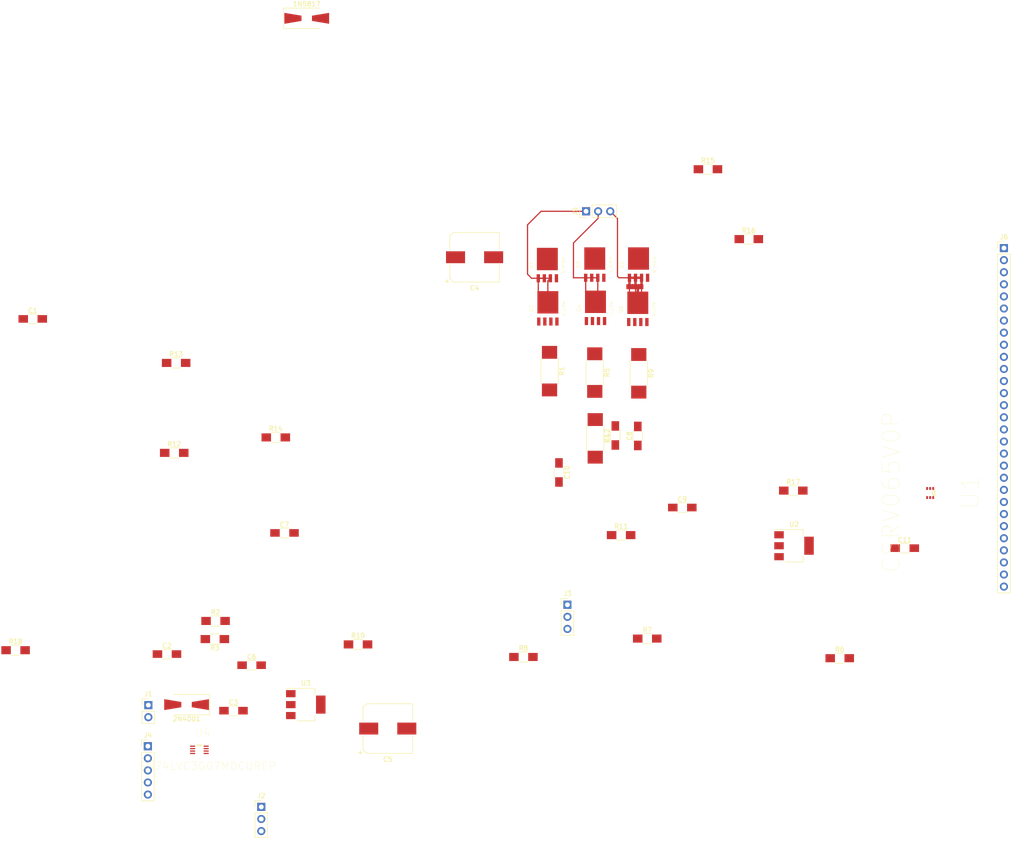
<source format=kicad_pcb>
(kicad_pcb (version 4) (host pcbnew 4.0.6)

  (general
    (links 129)
    (no_connects 117)
    (area 53.979799 17.2086 269.369639 195.3274)
    (thickness 1.6)
    (drawings 0)
    (tracks 33)
    (zones 0)
    (modules 48)
    (nets 31)
  )

  (page A4)
  (layers
    (0 F.Cu signal)
    (31 B.Cu signal)
    (32 B.Adhes user)
    (33 F.Adhes user)
    (34 B.Paste user)
    (35 F.Paste user)
    (36 B.SilkS user)
    (37 F.SilkS user)
    (38 B.Mask user)
    (39 F.Mask user)
    (40 Dwgs.User user)
    (41 Cmts.User user)
    (42 Eco1.User user)
    (43 Eco2.User user)
    (44 Edge.Cuts user)
    (45 Margin user)
    (46 B.CrtYd user)
    (47 F.CrtYd user)
    (48 B.Fab user)
    (49 F.Fab user)
  )

  (setup
    (last_trace_width 0.25)
    (trace_clearance 0.2)
    (zone_clearance 0.508)
    (zone_45_only no)
    (trace_min 0.2)
    (segment_width 0.2)
    (edge_width 0.15)
    (via_size 0.6)
    (via_drill 0.4)
    (via_min_size 0.4)
    (via_min_drill 0.3)
    (uvia_size 0.3)
    (uvia_drill 0.1)
    (uvias_allowed no)
    (uvia_min_size 0.2)
    (uvia_min_drill 0.1)
    (pcb_text_width 0.3)
    (pcb_text_size 1.5 1.5)
    (mod_edge_width 0.15)
    (mod_text_size 1 1)
    (mod_text_width 0.15)
    (pad_size 1.524 1.524)
    (pad_drill 0.762)
    (pad_to_mask_clearance 0.2)
    (aux_axis_origin 0 0)
    (visible_elements 7FFFFFFF)
    (pcbplotparams
      (layerselection 0x00030_80000001)
      (usegerberextensions false)
      (excludeedgelayer true)
      (linewidth 0.100000)
      (plotframeref false)
      (viasonmask false)
      (mode 1)
      (useauxorigin false)
      (hpglpennumber 1)
      (hpglpenspeed 20)
      (hpglpendiameter 15)
      (hpglpenoverlay 2)
      (psnegative false)
      (psa4output false)
      (plotreference true)
      (plotvalue true)
      (plotinvisibletext false)
      (padsonsilk false)
      (subtractmaskfromsilk false)
      (outputformat 1)
      (mirror false)
      (drillshape 1)
      (scaleselection 1)
      (outputdirectory ""))
  )

  (net 0 "")
  (net 1 VPP)
  (net 2 PVDD_SENSE)
  (net 3 "Net-(2N4001-Pad2)")
  (net 4 SL_A)
  (net 5 SN_DC_BUS)
  (net 6 SP_DC_BUS)
  (net 7 SL_B)
  (net 8 SL_C)
  (net 9 "Net-(C10-Pad2)")
  (net 10 "Net-(C11-Pad2)")
  (net 11 "Net-(C12-Pad2)")
  (net 12 +3V3)
  (net 13 VDD_MCU)
  (net 14 +5V)
  (net 15 "Net-(J3-Pad2)")
  (net 16 MOTOR_U)
  (net 17 MOTOR_V)
  (net 18 MOTOR_W)
  (net 19 GH_A)
  (net 20 GL_A)
  (net 21 GH_B)
  (net 22 GL_B)
  (net 23 GH_C)
  (net 24 GL_C)
  (net 25 MCU_HALL_A)
  (net 26 MCU_HALL_B)
  (net 27 MCU_HALL_C)
  (net 28 V_SENSE_A)
  (net 29 V_SENSE_B)
  (net 30 V_SENSE_C)

  (net_class Default "This is the default net class."
    (clearance 0.2)
    (trace_width 0.25)
    (via_dia 0.6)
    (via_drill 0.4)
    (uvia_dia 0.3)
    (uvia_drill 0.1)
    (add_net +3V3)
    (add_net +5V)
    (add_net GH_A)
    (add_net GH_B)
    (add_net GH_C)
    (add_net GL_A)
    (add_net GL_B)
    (add_net GL_C)
    (add_net MCU_HALL_A)
    (add_net MCU_HALL_B)
    (add_net MCU_HALL_C)
    (add_net MOTOR_U)
    (add_net MOTOR_V)
    (add_net MOTOR_W)
    (add_net "Net-(2N4001-Pad2)")
    (add_net "Net-(C10-Pad2)")
    (add_net "Net-(C11-Pad2)")
    (add_net "Net-(C12-Pad2)")
    (add_net "Net-(J3-Pad2)")
    (add_net PVDD_SENSE)
    (add_net SL_A)
    (add_net SL_B)
    (add_net SL_C)
    (add_net SN_DC_BUS)
    (add_net SP_DC_BUS)
    (add_net VDD_MCU)
    (add_net VPP)
    (add_net V_SENSE_A)
    (add_net V_SENSE_B)
    (add_net V_SENSE_C)
  )

  (module Diodes_SMD:D_SMA-SMB_Universal_Handsoldering (layer F.Cu) (tedit 5864381A) (tstamp 5A9997E4)
    (at 118.618 21.1836)
    (descr "Diode, Universal, SMA (DO-214AC) or SMB (DO-214AA), Handsoldering,")
    (tags "Diode Universal SMA (DO-214AC) SMB (DO-214AA) Handsoldering ")
    (path /5A99B013/5A99B499)
    (attr smd)
    (fp_text reference 1N5817 (at 0 -3) (layer F.SilkS)
      (effects (font (size 1 1) (thickness 0.15)))
    )
    (fp_text value D (at 0 3.1) (layer F.Fab)
      (effects (font (size 1 1) (thickness 0.15)))
    )
    (fp_text user %R (at 0 -3) (layer F.Fab)
      (effects (font (size 1 1) (thickness 0.15)))
    )
    (fp_line (start -4.85 -2.15) (end -4.85 2.15) (layer F.SilkS) (width 0.12))
    (fp_line (start 2.3 2) (end -2.3 2) (layer F.Fab) (width 0.1))
    (fp_line (start -2.3 2) (end -2.3 -2) (layer F.Fab) (width 0.1))
    (fp_line (start 2.3 -2) (end 2.3 2) (layer F.Fab) (width 0.1))
    (fp_line (start 2.3 -2) (end -2.3 -2) (layer F.Fab) (width 0.1))
    (fp_line (start 2.3 1.5) (end -2.3 1.5) (layer F.Fab) (width 0.1))
    (fp_line (start -2.3 1.5) (end -2.3 -1.5) (layer F.Fab) (width 0.1))
    (fp_line (start 2.3 -1.5) (end 2.3 1.5) (layer F.Fab) (width 0.1))
    (fp_line (start 2.3 -1.5) (end -2.3 -1.5) (layer F.Fab) (width 0.1))
    (fp_line (start -4.95 -2.25) (end 4.95 -2.25) (layer F.CrtYd) (width 0.05))
    (fp_line (start 4.95 -2.25) (end 4.95 2.25) (layer F.CrtYd) (width 0.05))
    (fp_line (start 4.95 2.25) (end -4.95 2.25) (layer F.CrtYd) (width 0.05))
    (fp_line (start -4.95 2.25) (end -4.95 -2.25) (layer F.CrtYd) (width 0.05))
    (fp_line (start -0.64944 0.00102) (end -1.55114 0.00102) (layer F.Fab) (width 0.1))
    (fp_line (start 0.50118 0.00102) (end 1.4994 0.00102) (layer F.Fab) (width 0.1))
    (fp_line (start -0.64944 -0.79908) (end -0.64944 0.80112) (layer F.Fab) (width 0.1))
    (fp_line (start 0.50118 0.75032) (end 0.50118 -0.79908) (layer F.Fab) (width 0.1))
    (fp_line (start -0.64944 0.00102) (end 0.50118 0.75032) (layer F.Fab) (width 0.1))
    (fp_line (start -0.64944 0.00102) (end 0.50118 -0.79908) (layer F.Fab) (width 0.1))
    (fp_line (start -4.85 2.15) (end 2.7 2.15) (layer F.SilkS) (width 0.12))
    (fp_line (start -4.85 -2.15) (end 2.7 -2.15) (layer F.SilkS) (width 0.12))
    (pad 1 smd trapezoid (at -2.9 0) (size 3.6 1.7) (rect_delta 0.6 0 ) (layers F.Cu F.Paste F.Mask)
      (net 1 VPP))
    (pad 2 smd trapezoid (at 2.9 0 180) (size 3.6 1.7) (rect_delta 0.6 0 ) (layers F.Cu F.Paste F.Mask)
      (net 2 PVDD_SENSE))
    (model ${KISYS3DMOD}/Diodes_SMD.3dshapes/D_SMB.wrl
      (at (xyz 0 0 0))
      (scale (xyz 1 1 1))
      (rotate (xyz 0 0 0))
    )
  )

  (module Diodes_SMD:D_SMA-SMB_Universal_Handsoldering (layer F.Cu) (tedit 5864381A) (tstamp 5A9997EA)
    (at 93.3704 165.354 180)
    (descr "Diode, Universal, SMA (DO-214AC) or SMB (DO-214AA), Handsoldering,")
    (tags "Diode Universal SMA (DO-214AC) SMB (DO-214AA) Handsoldering ")
    (path /5A99B013/5A99A91A)
    (attr smd)
    (fp_text reference 2N4001 (at 0 -3 180) (layer F.SilkS)
      (effects (font (size 1 1) (thickness 0.15)))
    )
    (fp_text value D (at 0 3.1 180) (layer F.Fab)
      (effects (font (size 1 1) (thickness 0.15)))
    )
    (fp_text user %R (at 0 -3 180) (layer F.Fab)
      (effects (font (size 1 1) (thickness 0.15)))
    )
    (fp_line (start -4.85 -2.15) (end -4.85 2.15) (layer F.SilkS) (width 0.12))
    (fp_line (start 2.3 2) (end -2.3 2) (layer F.Fab) (width 0.1))
    (fp_line (start -2.3 2) (end -2.3 -2) (layer F.Fab) (width 0.1))
    (fp_line (start 2.3 -2) (end 2.3 2) (layer F.Fab) (width 0.1))
    (fp_line (start 2.3 -2) (end -2.3 -2) (layer F.Fab) (width 0.1))
    (fp_line (start 2.3 1.5) (end -2.3 1.5) (layer F.Fab) (width 0.1))
    (fp_line (start -2.3 1.5) (end -2.3 -1.5) (layer F.Fab) (width 0.1))
    (fp_line (start 2.3 -1.5) (end 2.3 1.5) (layer F.Fab) (width 0.1))
    (fp_line (start 2.3 -1.5) (end -2.3 -1.5) (layer F.Fab) (width 0.1))
    (fp_line (start -4.95 -2.25) (end 4.95 -2.25) (layer F.CrtYd) (width 0.05))
    (fp_line (start 4.95 -2.25) (end 4.95 2.25) (layer F.CrtYd) (width 0.05))
    (fp_line (start 4.95 2.25) (end -4.95 2.25) (layer F.CrtYd) (width 0.05))
    (fp_line (start -4.95 2.25) (end -4.95 -2.25) (layer F.CrtYd) (width 0.05))
    (fp_line (start -0.64944 0.00102) (end -1.55114 0.00102) (layer F.Fab) (width 0.1))
    (fp_line (start 0.50118 0.00102) (end 1.4994 0.00102) (layer F.Fab) (width 0.1))
    (fp_line (start -0.64944 -0.79908) (end -0.64944 0.80112) (layer F.Fab) (width 0.1))
    (fp_line (start 0.50118 0.75032) (end 0.50118 -0.79908) (layer F.Fab) (width 0.1))
    (fp_line (start -0.64944 0.00102) (end 0.50118 0.75032) (layer F.Fab) (width 0.1))
    (fp_line (start -0.64944 0.00102) (end 0.50118 -0.79908) (layer F.Fab) (width 0.1))
    (fp_line (start -4.85 2.15) (end 2.7 2.15) (layer F.SilkS) (width 0.12))
    (fp_line (start -4.85 -2.15) (end 2.7 -2.15) (layer F.SilkS) (width 0.12))
    (pad 1 smd trapezoid (at -2.9 0 180) (size 3.6 1.7) (rect_delta 0.6 0 ) (layers F.Cu F.Paste F.Mask)
      (net 1 VPP))
    (pad 2 smd trapezoid (at 2.9 0) (size 3.6 1.7) (rect_delta 0.6 0 ) (layers F.Cu F.Paste F.Mask)
      (net 3 "Net-(2N4001-Pad2)"))
    (model ${KISYS3DMOD}/Diodes_SMD.3dshapes/D_SMB.wrl
      (at (xyz 0 0 0))
      (scale (xyz 1 1 1))
      (rotate (xyz 0 0 0))
    )
  )

  (module Capacitors_SMD:C_1206_HandSoldering (layer F.Cu) (tedit 58AA84D1) (tstamp 5A9997F0)
    (at 61.0616 84.328)
    (descr "Capacitor SMD 1206, hand soldering")
    (tags "capacitor 1206")
    (path /5A99B013/5A9982E0)
    (attr smd)
    (fp_text reference C1 (at 0 -1.75) (layer F.SilkS)
      (effects (font (size 1 1) (thickness 0.15)))
    )
    (fp_text value 1000pF (at 0 2) (layer F.Fab)
      (effects (font (size 1 1) (thickness 0.15)))
    )
    (fp_text user %R (at 0 -1.75) (layer F.Fab)
      (effects (font (size 1 1) (thickness 0.15)))
    )
    (fp_line (start -1.6 0.8) (end -1.6 -0.8) (layer F.Fab) (width 0.1))
    (fp_line (start 1.6 0.8) (end -1.6 0.8) (layer F.Fab) (width 0.1))
    (fp_line (start 1.6 -0.8) (end 1.6 0.8) (layer F.Fab) (width 0.1))
    (fp_line (start -1.6 -0.8) (end 1.6 -0.8) (layer F.Fab) (width 0.1))
    (fp_line (start 1 -1.02) (end -1 -1.02) (layer F.SilkS) (width 0.12))
    (fp_line (start -1 1.02) (end 1 1.02) (layer F.SilkS) (width 0.12))
    (fp_line (start -3.25 -1.05) (end 3.25 -1.05) (layer F.CrtYd) (width 0.05))
    (fp_line (start -3.25 -1.05) (end -3.25 1.05) (layer F.CrtYd) (width 0.05))
    (fp_line (start 3.25 1.05) (end 3.25 -1.05) (layer F.CrtYd) (width 0.05))
    (fp_line (start 3.25 1.05) (end -3.25 1.05) (layer F.CrtYd) (width 0.05))
    (pad 1 smd rect (at -2 0) (size 2 1.6) (layers F.Cu F.Paste F.Mask)
      (net 4 SL_A))
    (pad 2 smd rect (at 2 0) (size 2 1.6) (layers F.Cu F.Paste F.Mask)
      (net 5 SN_DC_BUS))
    (model Capacitors_SMD.3dshapes/C_1206.wrl
      (at (xyz 0 0 0))
      (scale (xyz 1 1 1))
      (rotate (xyz 0 0 0))
    )
  )

  (module Capacitors_SMD:C_1206_HandSoldering (layer F.Cu) (tedit 58AA84D1) (tstamp 5A9997F6)
    (at 89.2556 154.7368)
    (descr "Capacitor SMD 1206, hand soldering")
    (tags "capacitor 1206")
    (path /5A99B013/5A99A9C5)
    (attr smd)
    (fp_text reference C2 (at 0 -1.75) (layer F.SilkS)
      (effects (font (size 1 1) (thickness 0.15)))
    )
    (fp_text value 0.01uF (at 0 2) (layer F.Fab)
      (effects (font (size 1 1) (thickness 0.15)))
    )
    (fp_text user %R (at 0 -1.75) (layer F.Fab)
      (effects (font (size 1 1) (thickness 0.15)))
    )
    (fp_line (start -1.6 0.8) (end -1.6 -0.8) (layer F.Fab) (width 0.1))
    (fp_line (start 1.6 0.8) (end -1.6 0.8) (layer F.Fab) (width 0.1))
    (fp_line (start 1.6 -0.8) (end 1.6 0.8) (layer F.Fab) (width 0.1))
    (fp_line (start -1.6 -0.8) (end 1.6 -0.8) (layer F.Fab) (width 0.1))
    (fp_line (start 1 -1.02) (end -1 -1.02) (layer F.SilkS) (width 0.12))
    (fp_line (start -1 1.02) (end 1 1.02) (layer F.SilkS) (width 0.12))
    (fp_line (start -3.25 -1.05) (end 3.25 -1.05) (layer F.CrtYd) (width 0.05))
    (fp_line (start -3.25 -1.05) (end -3.25 1.05) (layer F.CrtYd) (width 0.05))
    (fp_line (start 3.25 1.05) (end 3.25 -1.05) (layer F.CrtYd) (width 0.05))
    (fp_line (start 3.25 1.05) (end -3.25 1.05) (layer F.CrtYd) (width 0.05))
    (pad 1 smd rect (at -2 0) (size 2 1.6) (layers F.Cu F.Paste F.Mask)
      (net 1 VPP))
    (pad 2 smd rect (at 2 0) (size 2 1.6) (layers F.Cu F.Paste F.Mask)
      (net 6 SP_DC_BUS))
    (model Capacitors_SMD.3dshapes/C_1206.wrl
      (at (xyz 0 0 0))
      (scale (xyz 1 1 1))
      (rotate (xyz 0 0 0))
    )
  )

  (module Capacitors_SMD:C_1206_HandSoldering (layer F.Cu) (tedit 58AA84D1) (tstamp 5A9997FC)
    (at 103.2256 166.624)
    (descr "Capacitor SMD 1206, hand soldering")
    (tags "capacitor 1206")
    (path /5A99B013/5A99AA36)
    (attr smd)
    (fp_text reference C3 (at 0 -1.75) (layer F.SilkS)
      (effects (font (size 1 1) (thickness 0.15)))
    )
    (fp_text value 0.1uF (at 0 2) (layer F.Fab)
      (effects (font (size 1 1) (thickness 0.15)))
    )
    (fp_text user %R (at 0 -1.75) (layer F.Fab)
      (effects (font (size 1 1) (thickness 0.15)))
    )
    (fp_line (start -1.6 0.8) (end -1.6 -0.8) (layer F.Fab) (width 0.1))
    (fp_line (start 1.6 0.8) (end -1.6 0.8) (layer F.Fab) (width 0.1))
    (fp_line (start 1.6 -0.8) (end 1.6 0.8) (layer F.Fab) (width 0.1))
    (fp_line (start -1.6 -0.8) (end 1.6 -0.8) (layer F.Fab) (width 0.1))
    (fp_line (start 1 -1.02) (end -1 -1.02) (layer F.SilkS) (width 0.12))
    (fp_line (start -1 1.02) (end 1 1.02) (layer F.SilkS) (width 0.12))
    (fp_line (start -3.25 -1.05) (end 3.25 -1.05) (layer F.CrtYd) (width 0.05))
    (fp_line (start -3.25 -1.05) (end -3.25 1.05) (layer F.CrtYd) (width 0.05))
    (fp_line (start 3.25 1.05) (end 3.25 -1.05) (layer F.CrtYd) (width 0.05))
    (fp_line (start 3.25 1.05) (end -3.25 1.05) (layer F.CrtYd) (width 0.05))
    (pad 1 smd rect (at -2 0) (size 2 1.6) (layers F.Cu F.Paste F.Mask)
      (net 1 VPP))
    (pad 2 smd rect (at 2 0) (size 2 1.6) (layers F.Cu F.Paste F.Mask)
      (net 6 SP_DC_BUS))
    (model Capacitors_SMD.3dshapes/C_1206.wrl
      (at (xyz 0 0 0))
      (scale (xyz 1 1 1))
      (rotate (xyz 0 0 0))
    )
  )

  (module Capacitors_SMD:CP_Elec_10x10.5 (layer F.Cu) (tedit 58AA917F) (tstamp 5A999802)
    (at 153.8732 71.374)
    (descr "SMT capacitor, aluminium electrolytic, 10x10.5")
    (path /5A99B013/5A99AAE3)
    (attr smd)
    (fp_text reference C4 (at 0 6.46) (layer F.SilkS)
      (effects (font (size 1 1) (thickness 0.15)))
    )
    (fp_text value 470uF (at 0 -6.46) (layer F.Fab)
      (effects (font (size 1 1) (thickness 0.15)))
    )
    (fp_circle (center 0 0) (end 0 5) (layer F.Fab) (width 0.1))
    (fp_text user + (at -2.91 -0.08) (layer F.Fab)
      (effects (font (size 1 1) (thickness 0.15)))
    )
    (fp_text user + (at -5.78 4.97) (layer F.SilkS)
      (effects (font (size 1 1) (thickness 0.15)))
    )
    (fp_text user %R (at 0 6.46) (layer F.Fab)
      (effects (font (size 1 1) (thickness 0.15)))
    )
    (fp_line (start -5.21 -4.45) (end -5.21 -1.56) (layer F.SilkS) (width 0.12))
    (fp_line (start -5.21 4.45) (end -5.21 1.56) (layer F.SilkS) (width 0.12))
    (fp_line (start 5.21 5.21) (end 5.21 1.56) (layer F.SilkS) (width 0.12))
    (fp_line (start 5.21 -5.21) (end 5.21 -1.56) (layer F.SilkS) (width 0.12))
    (fp_line (start 5.05 5.05) (end 5.05 -5.05) (layer F.Fab) (width 0.1))
    (fp_line (start -4.38 5.05) (end 5.05 5.05) (layer F.Fab) (width 0.1))
    (fp_line (start -5.05 4.38) (end -4.38 5.05) (layer F.Fab) (width 0.1))
    (fp_line (start -5.05 -4.38) (end -5.05 4.38) (layer F.Fab) (width 0.1))
    (fp_line (start -4.38 -5.05) (end -5.05 -4.38) (layer F.Fab) (width 0.1))
    (fp_line (start 5.05 -5.05) (end -4.38 -5.05) (layer F.Fab) (width 0.1))
    (fp_line (start 5.21 5.21) (end -4.45 5.21) (layer F.SilkS) (width 0.12))
    (fp_line (start -4.45 5.21) (end -5.21 4.45) (layer F.SilkS) (width 0.12))
    (fp_line (start -5.21 -4.45) (end -4.45 -5.21) (layer F.SilkS) (width 0.12))
    (fp_line (start -4.45 -5.21) (end 5.21 -5.21) (layer F.SilkS) (width 0.12))
    (fp_line (start -6.25 -5.31) (end 6.25 -5.31) (layer F.CrtYd) (width 0.05))
    (fp_line (start -6.25 -5.31) (end -6.25 5.3) (layer F.CrtYd) (width 0.05))
    (fp_line (start 6.25 5.3) (end 6.25 -5.31) (layer F.CrtYd) (width 0.05))
    (fp_line (start 6.25 5.3) (end -6.25 5.3) (layer F.CrtYd) (width 0.05))
    (pad 1 smd rect (at -4 0 180) (size 4 2.5) (layers F.Cu F.Paste F.Mask)
      (net 1 VPP))
    (pad 2 smd rect (at 4 0 180) (size 4 2.5) (layers F.Cu F.Paste F.Mask)
      (net 6 SP_DC_BUS))
    (model Capacitors_SMD.3dshapes/CP_Elec_10x10.5.wrl
      (at (xyz 0 0 0))
      (scale (xyz 1 1 1))
      (rotate (xyz 0 0 180))
    )
  )

  (module Capacitors_SMD:CP_Elec_10x10.5 (layer F.Cu) (tedit 58AA917F) (tstamp 5A999808)
    (at 135.636 170.3832)
    (descr "SMT capacitor, aluminium electrolytic, 10x10.5")
    (path /5A99B013/5A99AB67)
    (attr smd)
    (fp_text reference C5 (at 0 6.46) (layer F.SilkS)
      (effects (font (size 1 1) (thickness 0.15)))
    )
    (fp_text value 470uF (at 0 -6.46) (layer F.Fab)
      (effects (font (size 1 1) (thickness 0.15)))
    )
    (fp_circle (center 0 0) (end 0 5) (layer F.Fab) (width 0.1))
    (fp_text user + (at -2.91 -0.08) (layer F.Fab)
      (effects (font (size 1 1) (thickness 0.15)))
    )
    (fp_text user + (at -5.78 4.97) (layer F.SilkS)
      (effects (font (size 1 1) (thickness 0.15)))
    )
    (fp_text user %R (at 0 6.46) (layer F.Fab)
      (effects (font (size 1 1) (thickness 0.15)))
    )
    (fp_line (start -5.21 -4.45) (end -5.21 -1.56) (layer F.SilkS) (width 0.12))
    (fp_line (start -5.21 4.45) (end -5.21 1.56) (layer F.SilkS) (width 0.12))
    (fp_line (start 5.21 5.21) (end 5.21 1.56) (layer F.SilkS) (width 0.12))
    (fp_line (start 5.21 -5.21) (end 5.21 -1.56) (layer F.SilkS) (width 0.12))
    (fp_line (start 5.05 5.05) (end 5.05 -5.05) (layer F.Fab) (width 0.1))
    (fp_line (start -4.38 5.05) (end 5.05 5.05) (layer F.Fab) (width 0.1))
    (fp_line (start -5.05 4.38) (end -4.38 5.05) (layer F.Fab) (width 0.1))
    (fp_line (start -5.05 -4.38) (end -5.05 4.38) (layer F.Fab) (width 0.1))
    (fp_line (start -4.38 -5.05) (end -5.05 -4.38) (layer F.Fab) (width 0.1))
    (fp_line (start 5.05 -5.05) (end -4.38 -5.05) (layer F.Fab) (width 0.1))
    (fp_line (start 5.21 5.21) (end -4.45 5.21) (layer F.SilkS) (width 0.12))
    (fp_line (start -4.45 5.21) (end -5.21 4.45) (layer F.SilkS) (width 0.12))
    (fp_line (start -5.21 -4.45) (end -4.45 -5.21) (layer F.SilkS) (width 0.12))
    (fp_line (start -4.45 -5.21) (end 5.21 -5.21) (layer F.SilkS) (width 0.12))
    (fp_line (start -6.25 -5.31) (end 6.25 -5.31) (layer F.CrtYd) (width 0.05))
    (fp_line (start -6.25 -5.31) (end -6.25 5.3) (layer F.CrtYd) (width 0.05))
    (fp_line (start 6.25 5.3) (end 6.25 -5.31) (layer F.CrtYd) (width 0.05))
    (fp_line (start 6.25 5.3) (end -6.25 5.3) (layer F.CrtYd) (width 0.05))
    (pad 1 smd rect (at -4 0 180) (size 4 2.5) (layers F.Cu F.Paste F.Mask)
      (net 1 VPP))
    (pad 2 smd rect (at 4 0 180) (size 4 2.5) (layers F.Cu F.Paste F.Mask)
      (net 6 SP_DC_BUS))
    (model Capacitors_SMD.3dshapes/CP_Elec_10x10.5.wrl
      (at (xyz 0 0 0))
      (scale (xyz 1 1 1))
      (rotate (xyz 0 0 180))
    )
  )

  (module Capacitors_SMD:C_1206_HandSoldering (layer F.Cu) (tedit 58AA84D1) (tstamp 5A99980E)
    (at 107.0356 157.0736)
    (descr "Capacitor SMD 1206, hand soldering")
    (tags "capacitor 1206")
    (path /5A99B013/5A99AD38)
    (attr smd)
    (fp_text reference C6 (at 0 -1.75) (layer F.SilkS)
      (effects (font (size 1 1) (thickness 0.15)))
    )
    (fp_text value 0.1uF (at 0 2) (layer F.Fab)
      (effects (font (size 1 1) (thickness 0.15)))
    )
    (fp_text user %R (at 0 -1.75) (layer F.Fab)
      (effects (font (size 1 1) (thickness 0.15)))
    )
    (fp_line (start -1.6 0.8) (end -1.6 -0.8) (layer F.Fab) (width 0.1))
    (fp_line (start 1.6 0.8) (end -1.6 0.8) (layer F.Fab) (width 0.1))
    (fp_line (start 1.6 -0.8) (end 1.6 0.8) (layer F.Fab) (width 0.1))
    (fp_line (start -1.6 -0.8) (end 1.6 -0.8) (layer F.Fab) (width 0.1))
    (fp_line (start 1 -1.02) (end -1 -1.02) (layer F.SilkS) (width 0.12))
    (fp_line (start -1 1.02) (end 1 1.02) (layer F.SilkS) (width 0.12))
    (fp_line (start -3.25 -1.05) (end 3.25 -1.05) (layer F.CrtYd) (width 0.05))
    (fp_line (start -3.25 -1.05) (end -3.25 1.05) (layer F.CrtYd) (width 0.05))
    (fp_line (start 3.25 1.05) (end 3.25 -1.05) (layer F.CrtYd) (width 0.05))
    (fp_line (start 3.25 1.05) (end -3.25 1.05) (layer F.CrtYd) (width 0.05))
    (pad 1 smd rect (at -2 0) (size 2 1.6) (layers F.Cu F.Paste F.Mask)
      (net 2 PVDD_SENSE))
    (pad 2 smd rect (at 2 0) (size 2 1.6) (layers F.Cu F.Paste F.Mask)
      (net 6 SP_DC_BUS))
    (model Capacitors_SMD.3dshapes/C_1206.wrl
      (at (xyz 0 0 0))
      (scale (xyz 1 1 1))
      (rotate (xyz 0 0 0))
    )
  )

  (module Capacitors_SMD:C_1206_HandSoldering (layer F.Cu) (tedit 58AA84D1) (tstamp 5A999814)
    (at 113.9444 129.286)
    (descr "Capacitor SMD 1206, hand soldering")
    (tags "capacitor 1206")
    (path /5A99B013/5A998684)
    (attr smd)
    (fp_text reference C7 (at 0 -1.75) (layer F.SilkS)
      (effects (font (size 1 1) (thickness 0.15)))
    )
    (fp_text value 1000pF (at 0 2) (layer F.Fab)
      (effects (font (size 1 1) (thickness 0.15)))
    )
    (fp_text user %R (at 0 -1.75) (layer F.Fab)
      (effects (font (size 1 1) (thickness 0.15)))
    )
    (fp_line (start -1.6 0.8) (end -1.6 -0.8) (layer F.Fab) (width 0.1))
    (fp_line (start 1.6 0.8) (end -1.6 0.8) (layer F.Fab) (width 0.1))
    (fp_line (start 1.6 -0.8) (end 1.6 0.8) (layer F.Fab) (width 0.1))
    (fp_line (start -1.6 -0.8) (end 1.6 -0.8) (layer F.Fab) (width 0.1))
    (fp_line (start 1 -1.02) (end -1 -1.02) (layer F.SilkS) (width 0.12))
    (fp_line (start -1 1.02) (end 1 1.02) (layer F.SilkS) (width 0.12))
    (fp_line (start -3.25 -1.05) (end 3.25 -1.05) (layer F.CrtYd) (width 0.05))
    (fp_line (start -3.25 -1.05) (end -3.25 1.05) (layer F.CrtYd) (width 0.05))
    (fp_line (start 3.25 1.05) (end 3.25 -1.05) (layer F.CrtYd) (width 0.05))
    (fp_line (start 3.25 1.05) (end -3.25 1.05) (layer F.CrtYd) (width 0.05))
    (pad 1 smd rect (at -2 0) (size 2 1.6) (layers F.Cu F.Paste F.Mask)
      (net 7 SL_B))
    (pad 2 smd rect (at 2 0) (size 2 1.6) (layers F.Cu F.Paste F.Mask)
      (net 5 SN_DC_BUS))
    (model Capacitors_SMD.3dshapes/C_1206.wrl
      (at (xyz 0 0 0))
      (scale (xyz 1 1 1))
      (rotate (xyz 0 0 0))
    )
  )

  (module Capacitors_SMD:C_1206_HandSoldering (layer F.Cu) (tedit 58AA84D1) (tstamp 5A99981A)
    (at 188.1632 108.9152 90)
    (descr "Capacitor SMD 1206, hand soldering")
    (tags "capacitor 1206")
    (path /5A99B013/5A998EE5)
    (attr smd)
    (fp_text reference C8 (at 0 -1.75 90) (layer F.SilkS)
      (effects (font (size 1 1) (thickness 0.15)))
    )
    (fp_text value 1000pF (at 0 2 90) (layer F.Fab)
      (effects (font (size 1 1) (thickness 0.15)))
    )
    (fp_text user %R (at 0 -1.75 90) (layer F.Fab)
      (effects (font (size 1 1) (thickness 0.15)))
    )
    (fp_line (start -1.6 0.8) (end -1.6 -0.8) (layer F.Fab) (width 0.1))
    (fp_line (start 1.6 0.8) (end -1.6 0.8) (layer F.Fab) (width 0.1))
    (fp_line (start 1.6 -0.8) (end 1.6 0.8) (layer F.Fab) (width 0.1))
    (fp_line (start -1.6 -0.8) (end 1.6 -0.8) (layer F.Fab) (width 0.1))
    (fp_line (start 1 -1.02) (end -1 -1.02) (layer F.SilkS) (width 0.12))
    (fp_line (start -1 1.02) (end 1 1.02) (layer F.SilkS) (width 0.12))
    (fp_line (start -3.25 -1.05) (end 3.25 -1.05) (layer F.CrtYd) (width 0.05))
    (fp_line (start -3.25 -1.05) (end -3.25 1.05) (layer F.CrtYd) (width 0.05))
    (fp_line (start 3.25 1.05) (end 3.25 -1.05) (layer F.CrtYd) (width 0.05))
    (fp_line (start 3.25 1.05) (end -3.25 1.05) (layer F.CrtYd) (width 0.05))
    (pad 1 smd rect (at -2 0 90) (size 2 1.6) (layers F.Cu F.Paste F.Mask)
      (net 6 SP_DC_BUS))
    (pad 2 smd rect (at 2 0 90) (size 2 1.6) (layers F.Cu F.Paste F.Mask)
      (net 5 SN_DC_BUS))
    (model Capacitors_SMD.3dshapes/C_1206.wrl
      (at (xyz 0 0 0))
      (scale (xyz 1 1 1))
      (rotate (xyz 0 0 0))
    )
  )

  (module Capacitors_SMD:C_1206_HandSoldering (layer F.Cu) (tedit 58AA84D1) (tstamp 5A999820)
    (at 197.5104 123.952)
    (descr "Capacitor SMD 1206, hand soldering")
    (tags "capacitor 1206")
    (path /5A99B013/5A998761)
    (attr smd)
    (fp_text reference C9 (at 0 -1.75) (layer F.SilkS)
      (effects (font (size 1 1) (thickness 0.15)))
    )
    (fp_text value 1000pF (at 0 2) (layer F.Fab)
      (effects (font (size 1 1) (thickness 0.15)))
    )
    (fp_text user %R (at 0 -1.75) (layer F.Fab)
      (effects (font (size 1 1) (thickness 0.15)))
    )
    (fp_line (start -1.6 0.8) (end -1.6 -0.8) (layer F.Fab) (width 0.1))
    (fp_line (start 1.6 0.8) (end -1.6 0.8) (layer F.Fab) (width 0.1))
    (fp_line (start 1.6 -0.8) (end 1.6 0.8) (layer F.Fab) (width 0.1))
    (fp_line (start -1.6 -0.8) (end 1.6 -0.8) (layer F.Fab) (width 0.1))
    (fp_line (start 1 -1.02) (end -1 -1.02) (layer F.SilkS) (width 0.12))
    (fp_line (start -1 1.02) (end 1 1.02) (layer F.SilkS) (width 0.12))
    (fp_line (start -3.25 -1.05) (end 3.25 -1.05) (layer F.CrtYd) (width 0.05))
    (fp_line (start -3.25 -1.05) (end -3.25 1.05) (layer F.CrtYd) (width 0.05))
    (fp_line (start 3.25 1.05) (end 3.25 -1.05) (layer F.CrtYd) (width 0.05))
    (fp_line (start 3.25 1.05) (end -3.25 1.05) (layer F.CrtYd) (width 0.05))
    (pad 1 smd rect (at -2 0) (size 2 1.6) (layers F.Cu F.Paste F.Mask)
      (net 8 SL_C))
    (pad 2 smd rect (at 2 0) (size 2 1.6) (layers F.Cu F.Paste F.Mask)
      (net 5 SN_DC_BUS))
    (model Capacitors_SMD.3dshapes/C_1206.wrl
      (at (xyz 0 0 0))
      (scale (xyz 1 1 1))
      (rotate (xyz 0 0 0))
    )
  )

  (module Capacitors_SMD:C_1206_HandSoldering (layer F.Cu) (tedit 58AA84D1) (tstamp 5A999826)
    (at 171.6024 116.586 270)
    (descr "Capacitor SMD 1206, hand soldering")
    (tags "capacitor 1206")
    (path /5A99B013/5A99FE83)
    (attr smd)
    (fp_text reference C10 (at 0 -1.75 270) (layer F.SilkS)
      (effects (font (size 1 1) (thickness 0.15)))
    )
    (fp_text value 1000pF (at 0 2 270) (layer F.Fab)
      (effects (font (size 1 1) (thickness 0.15)))
    )
    (fp_text user %R (at 0 -1.75 270) (layer F.Fab)
      (effects (font (size 1 1) (thickness 0.15)))
    )
    (fp_line (start -1.6 0.8) (end -1.6 -0.8) (layer F.Fab) (width 0.1))
    (fp_line (start 1.6 0.8) (end -1.6 0.8) (layer F.Fab) (width 0.1))
    (fp_line (start 1.6 -0.8) (end 1.6 0.8) (layer F.Fab) (width 0.1))
    (fp_line (start -1.6 -0.8) (end 1.6 -0.8) (layer F.Fab) (width 0.1))
    (fp_line (start 1 -1.02) (end -1 -1.02) (layer F.SilkS) (width 0.12))
    (fp_line (start -1 1.02) (end 1 1.02) (layer F.SilkS) (width 0.12))
    (fp_line (start -3.25 -1.05) (end 3.25 -1.05) (layer F.CrtYd) (width 0.05))
    (fp_line (start -3.25 -1.05) (end -3.25 1.05) (layer F.CrtYd) (width 0.05))
    (fp_line (start 3.25 1.05) (end 3.25 -1.05) (layer F.CrtYd) (width 0.05))
    (fp_line (start 3.25 1.05) (end -3.25 1.05) (layer F.CrtYd) (width 0.05))
    (pad 1 smd rect (at -2 0 270) (size 2 1.6) (layers F.Cu F.Paste F.Mask)
      (net 6 SP_DC_BUS))
    (pad 2 smd rect (at 2 0 270) (size 2 1.6) (layers F.Cu F.Paste F.Mask)
      (net 9 "Net-(C10-Pad2)"))
    (model Capacitors_SMD.3dshapes/C_1206.wrl
      (at (xyz 0 0 0))
      (scale (xyz 1 1 1))
      (rotate (xyz 0 0 0))
    )
  )

  (module Capacitors_SMD:C_1206_HandSoldering (layer F.Cu) (tedit 58AA84D1) (tstamp 5A99982C)
    (at 244.2464 132.4864)
    (descr "Capacitor SMD 1206, hand soldering")
    (tags "capacitor 1206")
    (path /5A99B013/5A99FF39)
    (attr smd)
    (fp_text reference C11 (at 0 -1.75) (layer F.SilkS)
      (effects (font (size 1 1) (thickness 0.15)))
    )
    (fp_text value 1000pF (at 0 2) (layer F.Fab)
      (effects (font (size 1 1) (thickness 0.15)))
    )
    (fp_text user %R (at 0 -1.75) (layer F.Fab)
      (effects (font (size 1 1) (thickness 0.15)))
    )
    (fp_line (start -1.6 0.8) (end -1.6 -0.8) (layer F.Fab) (width 0.1))
    (fp_line (start 1.6 0.8) (end -1.6 0.8) (layer F.Fab) (width 0.1))
    (fp_line (start 1.6 -0.8) (end 1.6 0.8) (layer F.Fab) (width 0.1))
    (fp_line (start -1.6 -0.8) (end 1.6 -0.8) (layer F.Fab) (width 0.1))
    (fp_line (start 1 -1.02) (end -1 -1.02) (layer F.SilkS) (width 0.12))
    (fp_line (start -1 1.02) (end 1 1.02) (layer F.SilkS) (width 0.12))
    (fp_line (start -3.25 -1.05) (end 3.25 -1.05) (layer F.CrtYd) (width 0.05))
    (fp_line (start -3.25 -1.05) (end -3.25 1.05) (layer F.CrtYd) (width 0.05))
    (fp_line (start 3.25 1.05) (end 3.25 -1.05) (layer F.CrtYd) (width 0.05))
    (fp_line (start 3.25 1.05) (end -3.25 1.05) (layer F.CrtYd) (width 0.05))
    (pad 1 smd rect (at -2 0) (size 2 1.6) (layers F.Cu F.Paste F.Mask)
      (net 6 SP_DC_BUS))
    (pad 2 smd rect (at 2 0) (size 2 1.6) (layers F.Cu F.Paste F.Mask)
      (net 10 "Net-(C11-Pad2)"))
    (model Capacitors_SMD.3dshapes/C_1206.wrl
      (at (xyz 0 0 0))
      (scale (xyz 1 1 1))
      (rotate (xyz 0 0 0))
    )
  )

  (module Capacitors_SMD:C_1206_HandSoldering (layer F.Cu) (tedit 58AA84D1) (tstamp 5A999832)
    (at 183.4388 108.8136 90)
    (descr "Capacitor SMD 1206, hand soldering")
    (tags "capacitor 1206")
    (path /5A99B013/5A99FFE0)
    (attr smd)
    (fp_text reference C12 (at 0 -1.75 90) (layer F.SilkS)
      (effects (font (size 1 1) (thickness 0.15)))
    )
    (fp_text value 1000pF (at 0 2 90) (layer F.Fab)
      (effects (font (size 1 1) (thickness 0.15)))
    )
    (fp_text user %R (at 0 -1.75 90) (layer F.Fab)
      (effects (font (size 1 1) (thickness 0.15)))
    )
    (fp_line (start -1.6 0.8) (end -1.6 -0.8) (layer F.Fab) (width 0.1))
    (fp_line (start 1.6 0.8) (end -1.6 0.8) (layer F.Fab) (width 0.1))
    (fp_line (start 1.6 -0.8) (end 1.6 0.8) (layer F.Fab) (width 0.1))
    (fp_line (start -1.6 -0.8) (end 1.6 -0.8) (layer F.Fab) (width 0.1))
    (fp_line (start 1 -1.02) (end -1 -1.02) (layer F.SilkS) (width 0.12))
    (fp_line (start -1 1.02) (end 1 1.02) (layer F.SilkS) (width 0.12))
    (fp_line (start -3.25 -1.05) (end 3.25 -1.05) (layer F.CrtYd) (width 0.05))
    (fp_line (start -3.25 -1.05) (end -3.25 1.05) (layer F.CrtYd) (width 0.05))
    (fp_line (start 3.25 1.05) (end 3.25 -1.05) (layer F.CrtYd) (width 0.05))
    (fp_line (start 3.25 1.05) (end -3.25 1.05) (layer F.CrtYd) (width 0.05))
    (pad 1 smd rect (at -2 0 90) (size 2 1.6) (layers F.Cu F.Paste F.Mask)
      (net 6 SP_DC_BUS))
    (pad 2 smd rect (at 2 0 90) (size 2 1.6) (layers F.Cu F.Paste F.Mask)
      (net 11 "Net-(C12-Pad2)"))
    (model Capacitors_SMD.3dshapes/C_1206.wrl
      (at (xyz 0 0 0))
      (scale (xyz 1 1 1))
      (rotate (xyz 0 0 0))
    )
  )

  (module Pin_Headers:Pin_Header_Straight_1x02_Pitch2.54mm (layer F.Cu) (tedit 59650532) (tstamp 5A999838)
    (at 85.344 165.4556)
    (descr "Through hole straight pin header, 1x02, 2.54mm pitch, single row")
    (tags "Through hole pin header THT 1x02 2.54mm single row")
    (path /5A99B013/5A99A8D7)
    (fp_text reference J1 (at 0 -2.33) (layer F.SilkS)
      (effects (font (size 1 1) (thickness 0.15)))
    )
    (fp_text value MOTOR_PWR (at 0 4.87) (layer F.Fab)
      (effects (font (size 1 1) (thickness 0.15)))
    )
    (fp_line (start -0.635 -1.27) (end 1.27 -1.27) (layer F.Fab) (width 0.1))
    (fp_line (start 1.27 -1.27) (end 1.27 3.81) (layer F.Fab) (width 0.1))
    (fp_line (start 1.27 3.81) (end -1.27 3.81) (layer F.Fab) (width 0.1))
    (fp_line (start -1.27 3.81) (end -1.27 -0.635) (layer F.Fab) (width 0.1))
    (fp_line (start -1.27 -0.635) (end -0.635 -1.27) (layer F.Fab) (width 0.1))
    (fp_line (start -1.33 3.87) (end 1.33 3.87) (layer F.SilkS) (width 0.12))
    (fp_line (start -1.33 1.27) (end -1.33 3.87) (layer F.SilkS) (width 0.12))
    (fp_line (start 1.33 1.27) (end 1.33 3.87) (layer F.SilkS) (width 0.12))
    (fp_line (start -1.33 1.27) (end 1.33 1.27) (layer F.SilkS) (width 0.12))
    (fp_line (start -1.33 0) (end -1.33 -1.33) (layer F.SilkS) (width 0.12))
    (fp_line (start -1.33 -1.33) (end 0 -1.33) (layer F.SilkS) (width 0.12))
    (fp_line (start -1.8 -1.8) (end -1.8 4.35) (layer F.CrtYd) (width 0.05))
    (fp_line (start -1.8 4.35) (end 1.8 4.35) (layer F.CrtYd) (width 0.05))
    (fp_line (start 1.8 4.35) (end 1.8 -1.8) (layer F.CrtYd) (width 0.05))
    (fp_line (start 1.8 -1.8) (end -1.8 -1.8) (layer F.CrtYd) (width 0.05))
    (fp_text user %R (at 0 1.27 90) (layer F.Fab)
      (effects (font (size 1 1) (thickness 0.15)))
    )
    (pad 1 thru_hole rect (at 0 0) (size 1.7 1.7) (drill 1) (layers *.Cu *.Mask)
      (net 3 "Net-(2N4001-Pad2)"))
    (pad 2 thru_hole oval (at 0 2.54) (size 1.7 1.7) (drill 1) (layers *.Cu *.Mask)
      (net 6 SP_DC_BUS))
    (model ${KISYS3DMOD}/Pin_Headers.3dshapes/Pin_Header_Straight_1x02_Pitch2.54mm.wrl
      (at (xyz 0 0 0))
      (scale (xyz 1 1 1))
      (rotate (xyz 0 0 0))
    )
  )

  (module Pin_Headers:Pin_Header_Straight_1x03_Pitch2.54mm (layer F.Cu) (tedit 59650532) (tstamp 5A99983F)
    (at 109.0676 186.8424)
    (descr "Through hole straight pin header, 1x03, 2.54mm pitch, single row")
    (tags "Through hole pin header THT 1x03 2.54mm single row")
    (path /5A99B013/5A99C8E4)
    (fp_text reference J2 (at 0 -2.33) (layer F.SilkS)
      (effects (font (size 1 1) (thickness 0.15)))
    )
    (fp_text value MCU_V_Select (at 0 7.41) (layer F.Fab)
      (effects (font (size 1 1) (thickness 0.15)))
    )
    (fp_line (start -0.635 -1.27) (end 1.27 -1.27) (layer F.Fab) (width 0.1))
    (fp_line (start 1.27 -1.27) (end 1.27 6.35) (layer F.Fab) (width 0.1))
    (fp_line (start 1.27 6.35) (end -1.27 6.35) (layer F.Fab) (width 0.1))
    (fp_line (start -1.27 6.35) (end -1.27 -0.635) (layer F.Fab) (width 0.1))
    (fp_line (start -1.27 -0.635) (end -0.635 -1.27) (layer F.Fab) (width 0.1))
    (fp_line (start -1.33 6.41) (end 1.33 6.41) (layer F.SilkS) (width 0.12))
    (fp_line (start -1.33 1.27) (end -1.33 6.41) (layer F.SilkS) (width 0.12))
    (fp_line (start 1.33 1.27) (end 1.33 6.41) (layer F.SilkS) (width 0.12))
    (fp_line (start -1.33 1.27) (end 1.33 1.27) (layer F.SilkS) (width 0.12))
    (fp_line (start -1.33 0) (end -1.33 -1.33) (layer F.SilkS) (width 0.12))
    (fp_line (start -1.33 -1.33) (end 0 -1.33) (layer F.SilkS) (width 0.12))
    (fp_line (start -1.8 -1.8) (end -1.8 6.85) (layer F.CrtYd) (width 0.05))
    (fp_line (start -1.8 6.85) (end 1.8 6.85) (layer F.CrtYd) (width 0.05))
    (fp_line (start 1.8 6.85) (end 1.8 -1.8) (layer F.CrtYd) (width 0.05))
    (fp_line (start 1.8 -1.8) (end -1.8 -1.8) (layer F.CrtYd) (width 0.05))
    (fp_text user %R (at 0 2.54 90) (layer F.Fab)
      (effects (font (size 1 1) (thickness 0.15)))
    )
    (pad 1 thru_hole rect (at 0 0) (size 1.7 1.7) (drill 1) (layers *.Cu *.Mask)
      (net 12 +3V3))
    (pad 2 thru_hole oval (at 0 2.54) (size 1.7 1.7) (drill 1) (layers *.Cu *.Mask)
      (net 13 VDD_MCU))
    (pad 3 thru_hole oval (at 0 5.08) (size 1.7 1.7) (drill 1) (layers *.Cu *.Mask)
      (net 14 +5V))
    (model ${KISYS3DMOD}/Pin_Headers.3dshapes/Pin_Header_Straight_1x03_Pitch2.54mm.wrl
      (at (xyz 0 0 0))
      (scale (xyz 1 1 1))
      (rotate (xyz 0 0 0))
    )
  )

  (module Pin_Headers:Pin_Header_Straight_1x03_Pitch2.54mm (layer F.Cu) (tedit 59650532) (tstamp 5A999846)
    (at 173.3804 144.3736)
    (descr "Through hole straight pin header, 1x03, 2.54mm pitch, single row")
    (tags "Through hole pin header THT 1x03 2.54mm single row")
    (path /5A99B013/5A99F1EE)
    (fp_text reference J3 (at 0 -2.33) (layer F.SilkS)
      (effects (font (size 1 1) (thickness 0.15)))
    )
    (fp_text value HALL_V (at 0 7.41) (layer F.Fab)
      (effects (font (size 1 1) (thickness 0.15)))
    )
    (fp_line (start -0.635 -1.27) (end 1.27 -1.27) (layer F.Fab) (width 0.1))
    (fp_line (start 1.27 -1.27) (end 1.27 6.35) (layer F.Fab) (width 0.1))
    (fp_line (start 1.27 6.35) (end -1.27 6.35) (layer F.Fab) (width 0.1))
    (fp_line (start -1.27 6.35) (end -1.27 -0.635) (layer F.Fab) (width 0.1))
    (fp_line (start -1.27 -0.635) (end -0.635 -1.27) (layer F.Fab) (width 0.1))
    (fp_line (start -1.33 6.41) (end 1.33 6.41) (layer F.SilkS) (width 0.12))
    (fp_line (start -1.33 1.27) (end -1.33 6.41) (layer F.SilkS) (width 0.12))
    (fp_line (start 1.33 1.27) (end 1.33 6.41) (layer F.SilkS) (width 0.12))
    (fp_line (start -1.33 1.27) (end 1.33 1.27) (layer F.SilkS) (width 0.12))
    (fp_line (start -1.33 0) (end -1.33 -1.33) (layer F.SilkS) (width 0.12))
    (fp_line (start -1.33 -1.33) (end 0 -1.33) (layer F.SilkS) (width 0.12))
    (fp_line (start -1.8 -1.8) (end -1.8 6.85) (layer F.CrtYd) (width 0.05))
    (fp_line (start -1.8 6.85) (end 1.8 6.85) (layer F.CrtYd) (width 0.05))
    (fp_line (start 1.8 6.85) (end 1.8 -1.8) (layer F.CrtYd) (width 0.05))
    (fp_line (start 1.8 -1.8) (end -1.8 -1.8) (layer F.CrtYd) (width 0.05))
    (fp_text user %R (at 0 2.54 90) (layer F.Fab)
      (effects (font (size 1 1) (thickness 0.15)))
    )
    (pad 1 thru_hole rect (at 0 0) (size 1.7 1.7) (drill 1) (layers *.Cu *.Mask)
      (net 1 VPP))
    (pad 2 thru_hole oval (at 0 2.54) (size 1.7 1.7) (drill 1) (layers *.Cu *.Mask)
      (net 15 "Net-(J3-Pad2)"))
    (pad 3 thru_hole oval (at 0 5.08) (size 1.7 1.7) (drill 1) (layers *.Cu *.Mask)
      (net 14 +5V))
    (model ${KISYS3DMOD}/Pin_Headers.3dshapes/Pin_Header_Straight_1x03_Pitch2.54mm.wrl
      (at (xyz 0 0 0))
      (scale (xyz 1 1 1))
      (rotate (xyz 0 0 0))
    )
  )

  (module Pin_Headers:Pin_Header_Straight_1x05_Pitch2.54mm (layer F.Cu) (tedit 59650532) (tstamp 5A99984F)
    (at 85.2424 174.0916)
    (descr "Through hole straight pin header, 1x05, 2.54mm pitch, single row")
    (tags "Through hole pin header THT 1x05 2.54mm single row")
    (path /5A99B013/5A9A90AA)
    (fp_text reference J4 (at 0 -2.33) (layer F.SilkS)
      (effects (font (size 1 1) (thickness 0.15)))
    )
    (fp_text value HALL_IN (at 0 12.49) (layer F.Fab)
      (effects (font (size 1 1) (thickness 0.15)))
    )
    (fp_line (start -0.635 -1.27) (end 1.27 -1.27) (layer F.Fab) (width 0.1))
    (fp_line (start 1.27 -1.27) (end 1.27 11.43) (layer F.Fab) (width 0.1))
    (fp_line (start 1.27 11.43) (end -1.27 11.43) (layer F.Fab) (width 0.1))
    (fp_line (start -1.27 11.43) (end -1.27 -0.635) (layer F.Fab) (width 0.1))
    (fp_line (start -1.27 -0.635) (end -0.635 -1.27) (layer F.Fab) (width 0.1))
    (fp_line (start -1.33 11.49) (end 1.33 11.49) (layer F.SilkS) (width 0.12))
    (fp_line (start -1.33 1.27) (end -1.33 11.49) (layer F.SilkS) (width 0.12))
    (fp_line (start 1.33 1.27) (end 1.33 11.49) (layer F.SilkS) (width 0.12))
    (fp_line (start -1.33 1.27) (end 1.33 1.27) (layer F.SilkS) (width 0.12))
    (fp_line (start -1.33 0) (end -1.33 -1.33) (layer F.SilkS) (width 0.12))
    (fp_line (start -1.33 -1.33) (end 0 -1.33) (layer F.SilkS) (width 0.12))
    (fp_line (start -1.8 -1.8) (end -1.8 11.95) (layer F.CrtYd) (width 0.05))
    (fp_line (start -1.8 11.95) (end 1.8 11.95) (layer F.CrtYd) (width 0.05))
    (fp_line (start 1.8 11.95) (end 1.8 -1.8) (layer F.CrtYd) (width 0.05))
    (fp_line (start 1.8 -1.8) (end -1.8 -1.8) (layer F.CrtYd) (width 0.05))
    (fp_text user %R (at 0 5.08 90) (layer F.Fab)
      (effects (font (size 1 1) (thickness 0.15)))
    )
    (pad 1 thru_hole rect (at 0 0) (size 1.7 1.7) (drill 1) (layers *.Cu *.Mask)
      (net 15 "Net-(J3-Pad2)"))
    (pad 2 thru_hole oval (at 0 2.54) (size 1.7 1.7) (drill 1) (layers *.Cu *.Mask)
      (net 11 "Net-(C12-Pad2)"))
    (pad 3 thru_hole oval (at 0 5.08) (size 1.7 1.7) (drill 1) (layers *.Cu *.Mask)
      (net 10 "Net-(C11-Pad2)"))
    (pad 4 thru_hole oval (at 0 7.62) (size 1.7 1.7) (drill 1) (layers *.Cu *.Mask)
      (net 9 "Net-(C10-Pad2)"))
    (pad 5 thru_hole oval (at 0 10.16) (size 1.7 1.7) (drill 1) (layers *.Cu *.Mask)
      (net 6 SP_DC_BUS))
    (model ${KISYS3DMOD}/Pin_Headers.3dshapes/Pin_Header_Straight_1x05_Pitch2.54mm.wrl
      (at (xyz 0 0 0))
      (scale (xyz 1 1 1))
      (rotate (xyz 0 0 0))
    )
  )

  (module Pin_Headers:Pin_Header_Straight_1x03_Pitch2.54mm (layer F.Cu) (tedit 59650532) (tstamp 5A999856)
    (at 177.292 61.722 90)
    (descr "Through hole straight pin header, 1x03, 2.54mm pitch, single row")
    (tags "Through hole pin header THT 1x03 2.54mm single row")
    (path /5A99B013/5A999591)
    (fp_text reference J5 (at 0 -2.33 90) (layer F.SilkS)
      (effects (font (size 1 1) (thickness 0.15)))
    )
    (fp_text value MOTOR (at 0 7.41 90) (layer F.Fab)
      (effects (font (size 1 1) (thickness 0.15)))
    )
    (fp_line (start -0.635 -1.27) (end 1.27 -1.27) (layer F.Fab) (width 0.1))
    (fp_line (start 1.27 -1.27) (end 1.27 6.35) (layer F.Fab) (width 0.1))
    (fp_line (start 1.27 6.35) (end -1.27 6.35) (layer F.Fab) (width 0.1))
    (fp_line (start -1.27 6.35) (end -1.27 -0.635) (layer F.Fab) (width 0.1))
    (fp_line (start -1.27 -0.635) (end -0.635 -1.27) (layer F.Fab) (width 0.1))
    (fp_line (start -1.33 6.41) (end 1.33 6.41) (layer F.SilkS) (width 0.12))
    (fp_line (start -1.33 1.27) (end -1.33 6.41) (layer F.SilkS) (width 0.12))
    (fp_line (start 1.33 1.27) (end 1.33 6.41) (layer F.SilkS) (width 0.12))
    (fp_line (start -1.33 1.27) (end 1.33 1.27) (layer F.SilkS) (width 0.12))
    (fp_line (start -1.33 0) (end -1.33 -1.33) (layer F.SilkS) (width 0.12))
    (fp_line (start -1.33 -1.33) (end 0 -1.33) (layer F.SilkS) (width 0.12))
    (fp_line (start -1.8 -1.8) (end -1.8 6.85) (layer F.CrtYd) (width 0.05))
    (fp_line (start -1.8 6.85) (end 1.8 6.85) (layer F.CrtYd) (width 0.05))
    (fp_line (start 1.8 6.85) (end 1.8 -1.8) (layer F.CrtYd) (width 0.05))
    (fp_line (start 1.8 -1.8) (end -1.8 -1.8) (layer F.CrtYd) (width 0.05))
    (fp_text user %R (at 0 2.54 180) (layer F.Fab)
      (effects (font (size 1 1) (thickness 0.15)))
    )
    (pad 1 thru_hole rect (at 0 0 90) (size 1.7 1.7) (drill 1) (layers *.Cu *.Mask)
      (net 16 MOTOR_U))
    (pad 2 thru_hole oval (at 0 2.54 90) (size 1.7 1.7) (drill 1) (layers *.Cu *.Mask)
      (net 17 MOTOR_V))
    (pad 3 thru_hole oval (at 0 5.08 90) (size 1.7 1.7) (drill 1) (layers *.Cu *.Mask)
      (net 18 MOTOR_W))
    (model ${KISYS3DMOD}/Pin_Headers.3dshapes/Pin_Header_Straight_1x03_Pitch2.54mm.wrl
      (at (xyz 0 0 0))
      (scale (xyz 1 1 1))
      (rotate (xyz 0 0 0))
    )
  )

  (module Pin_Headers:Pin_Header_Straight_1x29_Pitch2.54mm (layer F.Cu) (tedit 59650532) (tstamp 5A999877)
    (at 265.0744 69.4436)
    (descr "Through hole straight pin header, 1x29, 2.54mm pitch, single row")
    (tags "Through hole pin header THT 1x29 2.54mm single row")
    (path /5A99B013/5A9A2200)
    (fp_text reference J6 (at 0 -2.33) (layer F.SilkS)
      (effects (font (size 1 1) (thickness 0.15)))
    )
    (fp_text value Drive_Conn (at 0 73.45) (layer F.Fab)
      (effects (font (size 1 1) (thickness 0.15)))
    )
    (fp_line (start -0.635 -1.27) (end 1.27 -1.27) (layer F.Fab) (width 0.1))
    (fp_line (start 1.27 -1.27) (end 1.27 72.39) (layer F.Fab) (width 0.1))
    (fp_line (start 1.27 72.39) (end -1.27 72.39) (layer F.Fab) (width 0.1))
    (fp_line (start -1.27 72.39) (end -1.27 -0.635) (layer F.Fab) (width 0.1))
    (fp_line (start -1.27 -0.635) (end -0.635 -1.27) (layer F.Fab) (width 0.1))
    (fp_line (start -1.33 72.45) (end 1.33 72.45) (layer F.SilkS) (width 0.12))
    (fp_line (start -1.33 1.27) (end -1.33 72.45) (layer F.SilkS) (width 0.12))
    (fp_line (start 1.33 1.27) (end 1.33 72.45) (layer F.SilkS) (width 0.12))
    (fp_line (start -1.33 1.27) (end 1.33 1.27) (layer F.SilkS) (width 0.12))
    (fp_line (start -1.33 0) (end -1.33 -1.33) (layer F.SilkS) (width 0.12))
    (fp_line (start -1.33 -1.33) (end 0 -1.33) (layer F.SilkS) (width 0.12))
    (fp_line (start -1.8 -1.8) (end -1.8 72.9) (layer F.CrtYd) (width 0.05))
    (fp_line (start -1.8 72.9) (end 1.8 72.9) (layer F.CrtYd) (width 0.05))
    (fp_line (start 1.8 72.9) (end 1.8 -1.8) (layer F.CrtYd) (width 0.05))
    (fp_line (start 1.8 -1.8) (end -1.8 -1.8) (layer F.CrtYd) (width 0.05))
    (fp_text user %R (at 0 35.56 90) (layer F.Fab)
      (effects (font (size 1 1) (thickness 0.15)))
    )
    (pad 1 thru_hole rect (at 0 0) (size 1.7 1.7) (drill 1) (layers *.Cu *.Mask)
      (net 13 VDD_MCU))
    (pad 2 thru_hole oval (at 0 2.54) (size 1.7 1.7) (drill 1) (layers *.Cu *.Mask)
      (net 6 SP_DC_BUS))
    (pad 3 thru_hole oval (at 0 5.08) (size 1.7 1.7) (drill 1) (layers *.Cu *.Mask)
      (net 19 GH_A))
    (pad 4 thru_hole oval (at 0 7.62) (size 1.7 1.7) (drill 1) (layers *.Cu *.Mask)
      (net 16 MOTOR_U))
    (pad 5 thru_hole oval (at 0 10.16) (size 1.7 1.7) (drill 1) (layers *.Cu *.Mask)
      (net 20 GL_A))
    (pad 6 thru_hole oval (at 0 12.7) (size 1.7 1.7) (drill 1) (layers *.Cu *.Mask)
      (net 4 SL_A))
    (pad 7 thru_hole oval (at 0 15.24) (size 1.7 1.7) (drill 1) (layers *.Cu *.Mask)
      (net 21 GH_B))
    (pad 8 thru_hole oval (at 0 17.78) (size 1.7 1.7) (drill 1) (layers *.Cu *.Mask)
      (net 17 MOTOR_V))
    (pad 9 thru_hole oval (at 0 20.32) (size 1.7 1.7) (drill 1) (layers *.Cu *.Mask)
      (net 22 GL_B))
    (pad 10 thru_hole oval (at 0 22.86) (size 1.7 1.7) (drill 1) (layers *.Cu *.Mask)
      (net 7 SL_B))
    (pad 11 thru_hole oval (at 0 25.4) (size 1.7 1.7) (drill 1) (layers *.Cu *.Mask)
      (net 23 GH_C))
    (pad 12 thru_hole oval (at 0 27.94) (size 1.7 1.7) (drill 1) (layers *.Cu *.Mask)
      (net 18 MOTOR_W))
    (pad 13 thru_hole oval (at 0 30.48) (size 1.7 1.7) (drill 1) (layers *.Cu *.Mask)
      (net 24 GL_C))
    (pad 14 thru_hole oval (at 0 33.02) (size 1.7 1.7) (drill 1) (layers *.Cu *.Mask)
      (net 8 SL_C))
    (pad 15 thru_hole oval (at 0 35.56) (size 1.7 1.7) (drill 1) (layers *.Cu *.Mask)
      (net 4 SL_A))
    (pad 16 thru_hole oval (at 0 38.1) (size 1.7 1.7) (drill 1) (layers *.Cu *.Mask)
      (net 5 SN_DC_BUS))
    (pad 17 thru_hole oval (at 0 40.64) (size 1.7 1.7) (drill 1) (layers *.Cu *.Mask)
      (net 7 SL_B))
    (pad 18 thru_hole oval (at 0 43.18) (size 1.7 1.7) (drill 1) (layers *.Cu *.Mask)
      (net 5 SN_DC_BUS))
    (pad 19 thru_hole oval (at 0 45.72) (size 1.7 1.7) (drill 1) (layers *.Cu *.Mask)
      (net 8 SL_C))
    (pad 20 thru_hole oval (at 0 48.26) (size 1.7 1.7) (drill 1) (layers *.Cu *.Mask)
      (net 5 SN_DC_BUS))
    (pad 21 thru_hole oval (at 0 50.8) (size 1.7 1.7) (drill 1) (layers *.Cu *.Mask)
      (net 5 SN_DC_BUS))
    (pad 22 thru_hole oval (at 0 53.34) (size 1.7 1.7) (drill 1) (layers *.Cu *.Mask)
      (net 6 SP_DC_BUS))
    (pad 23 thru_hole oval (at 0 55.88) (size 1.7 1.7) (drill 1) (layers *.Cu *.Mask)
      (net 25 MCU_HALL_A))
    (pad 24 thru_hole oval (at 0 58.42) (size 1.7 1.7) (drill 1) (layers *.Cu *.Mask)
      (net 26 MCU_HALL_B))
    (pad 25 thru_hole oval (at 0 60.96) (size 1.7 1.7) (drill 1) (layers *.Cu *.Mask)
      (net 27 MCU_HALL_C))
    (pad 26 thru_hole oval (at 0 63.5) (size 1.7 1.7) (drill 1) (layers *.Cu *.Mask)
      (net 2 PVDD_SENSE))
    (pad 27 thru_hole oval (at 0 66.04) (size 1.7 1.7) (drill 1) (layers *.Cu *.Mask)
      (net 28 V_SENSE_A))
    (pad 28 thru_hole oval (at 0 68.58) (size 1.7 1.7) (drill 1) (layers *.Cu *.Mask)
      (net 29 V_SENSE_B))
    (pad 29 thru_hole oval (at 0 71.12) (size 1.7 1.7) (drill 1) (layers *.Cu *.Mask)
      (net 30 V_SENSE_C))
    (model ${KISYS3DMOD}/Pin_Headers.3dshapes/Pin_Header_Straight_1x29_Pitch2.54mm.wrl
      (at (xyz 0 0 0))
      (scale (xyz 1 1 1))
      (rotate (xyz 0 0 0))
    )
  )

  (module PSMN4R0-40YS:LFPAK (layer F.Cu) (tedit 0) (tstamp 5A999880)
    (at 169.164 72.8472)
    (descr "lead pitch 1.25mm, Renesas")
    (path /5A99B013/5A99813D)
    (attr smd)
    (fp_text reference Q1 (at -3.51427 0.218385 90) (layer F.SilkS)
      (effects (font (size 0.80143 0.80143) (thickness 0.05)))
    )
    (fp_text value U_HIGH (at 3.35353 0.218646 90) (layer F.SilkS)
      (effects (font (size 0.641901 0.641901) (thickness 0.05)))
    )
    (fp_line (start -2.45 -1.975) (end 2.45 -1.975) (layer Dwgs.User) (width 0.0508))
    (fp_line (start 2.45 -1.975) (end 2.45 1.975) (layer Dwgs.User) (width 0.0508))
    (fp_line (start 2.45 1.975) (end -2.45 1.975) (layer Dwgs.User) (width 0.0508))
    (fp_line (start -2.45 1.975) (end -2.45 -1.975) (layer Dwgs.User) (width 0.0508))
    (fp_line (start -1.5 -2) (end -1.5 -2.2) (layer Dwgs.User) (width 0.0508))
    (fp_line (start -1.5 -2.2) (end -2 -2.2) (layer Dwgs.User) (width 0.0508))
    (fp_line (start -2 -2.2) (end -2 -2.65) (layer Dwgs.User) (width 0.0508))
    (fp_line (start -2 -2.65) (end -1.65 -3) (layer Dwgs.User) (width 0.0508))
    (fp_line (start -1.65 -3) (end 1.65 -3) (layer Dwgs.User) (width 0.0508))
    (fp_line (start 1.65 -3) (end 2 -2.65) (layer Dwgs.User) (width 0.0508))
    (fp_line (start 2 -2.65) (end 2 -2.2) (layer Dwgs.User) (width 0.0508))
    (fp_line (start 2 -2.2) (end 1.5 -2.2) (layer Dwgs.User) (width 0.0508))
    (fp_line (start 1.5 -2.2) (end 1.5 -2) (layer Dwgs.User) (width 0.0508))
    (fp_circle (center -1.5 0) (end -1.0877 0) (layer Dwgs.User) (width 0.0508))
    (fp_poly (pts (xy -2.12878 2) (xy -1.7 2) (xy -1.7 3.40603) (xy -2.12878 3.40603)) (layer Dwgs.User) (width 0.381))
    (fp_poly (pts (xy -0.852547 2) (xy -0.425 2) (xy -0.425 3.41009) (xy -0.852547 3.41009)) (layer Dwgs.User) (width 0.381))
    (fp_poly (pts (xy 0.426182 2) (xy 0.85 2) (xy 0.85 3.40935) (xy 0.426182 3.40935)) (layer Dwgs.User) (width 0.381))
    (fp_poly (pts (xy 1.70299 2) (xy 2.125 2) (xy 2.125 3.40587) (xy 1.70299 3.40587)) (layer Dwgs.User) (width 0.381))
    (pad 1 smd rect (at -1.905 2.94 90) (size 1.7 0.7) (layers F.Cu F.Paste F.Mask)
      (net 16 MOTOR_U))
    (pad 2 smd rect (at -0.635 2.94 90) (size 1.7 0.7) (layers F.Cu F.Paste F.Mask)
      (net 16 MOTOR_U))
    (pad 3 smd rect (at 0.635 2.94 90) (size 1.7 0.7) (layers F.Cu F.Paste F.Mask)
      (net 16 MOTOR_U))
    (pad 4 smd rect (at 1.905 2.94 90) (size 1.7 0.7) (layers F.Cu F.Paste F.Mask)
      (net 19 GH_A))
    (pad 5 smd rect (at 0 -1.1 90) (size 4.7 4.4) (layers F.Cu F.Paste F.Mask)
      (net 1 VPP))
  )

  (module PSMN4R0-40YS:LFPAK (layer F.Cu) (tedit 0) (tstamp 5A999889)
    (at 169.2656 81.9404)
    (descr "lead pitch 1.25mm, Renesas")
    (path /5A99B013/5A99819D)
    (attr smd)
    (fp_text reference Q2 (at -3.51427 0.218385 90) (layer F.SilkS)
      (effects (font (size 0.80143 0.80143) (thickness 0.05)))
    )
    (fp_text value U_LOW (at 3.35353 0.218646 90) (layer F.SilkS)
      (effects (font (size 0.641901 0.641901) (thickness 0.05)))
    )
    (fp_line (start -2.45 -1.975) (end 2.45 -1.975) (layer Dwgs.User) (width 0.0508))
    (fp_line (start 2.45 -1.975) (end 2.45 1.975) (layer Dwgs.User) (width 0.0508))
    (fp_line (start 2.45 1.975) (end -2.45 1.975) (layer Dwgs.User) (width 0.0508))
    (fp_line (start -2.45 1.975) (end -2.45 -1.975) (layer Dwgs.User) (width 0.0508))
    (fp_line (start -1.5 -2) (end -1.5 -2.2) (layer Dwgs.User) (width 0.0508))
    (fp_line (start -1.5 -2.2) (end -2 -2.2) (layer Dwgs.User) (width 0.0508))
    (fp_line (start -2 -2.2) (end -2 -2.65) (layer Dwgs.User) (width 0.0508))
    (fp_line (start -2 -2.65) (end -1.65 -3) (layer Dwgs.User) (width 0.0508))
    (fp_line (start -1.65 -3) (end 1.65 -3) (layer Dwgs.User) (width 0.0508))
    (fp_line (start 1.65 -3) (end 2 -2.65) (layer Dwgs.User) (width 0.0508))
    (fp_line (start 2 -2.65) (end 2 -2.2) (layer Dwgs.User) (width 0.0508))
    (fp_line (start 2 -2.2) (end 1.5 -2.2) (layer Dwgs.User) (width 0.0508))
    (fp_line (start 1.5 -2.2) (end 1.5 -2) (layer Dwgs.User) (width 0.0508))
    (fp_circle (center -1.5 0) (end -1.0877 0) (layer Dwgs.User) (width 0.0508))
    (fp_poly (pts (xy -2.12878 2) (xy -1.7 2) (xy -1.7 3.40603) (xy -2.12878 3.40603)) (layer Dwgs.User) (width 0.381))
    (fp_poly (pts (xy -0.852547 2) (xy -0.425 2) (xy -0.425 3.41009) (xy -0.852547 3.41009)) (layer Dwgs.User) (width 0.381))
    (fp_poly (pts (xy 0.426182 2) (xy 0.85 2) (xy 0.85 3.40935) (xy 0.426182 3.40935)) (layer Dwgs.User) (width 0.381))
    (fp_poly (pts (xy 1.70299 2) (xy 2.125 2) (xy 2.125 3.40587) (xy 1.70299 3.40587)) (layer Dwgs.User) (width 0.381))
    (pad 1 smd rect (at -1.905 2.94 90) (size 1.7 0.7) (layers F.Cu F.Paste F.Mask)
      (net 4 SL_A))
    (pad 2 smd rect (at -0.635 2.94 90) (size 1.7 0.7) (layers F.Cu F.Paste F.Mask)
      (net 4 SL_A))
    (pad 3 smd rect (at 0.635 2.94 90) (size 1.7 0.7) (layers F.Cu F.Paste F.Mask)
      (net 4 SL_A))
    (pad 4 smd rect (at 1.905 2.94 90) (size 1.7 0.7) (layers F.Cu F.Paste F.Mask)
      (net 20 GL_A))
    (pad 5 smd rect (at 0 -1.1 90) (size 4.7 4.4) (layers F.Cu F.Paste F.Mask)
      (net 16 MOTOR_U))
  )

  (module PSMN4R0-40YS:LFPAK (layer F.Cu) (tedit 0) (tstamp 5A999892)
    (at 179.1208 72.7456)
    (descr "lead pitch 1.25mm, Renesas")
    (path /5A99B013/5A998663)
    (attr smd)
    (fp_text reference Q3 (at -3.51427 0.218385 90) (layer F.SilkS)
      (effects (font (size 0.80143 0.80143) (thickness 0.05)))
    )
    (fp_text value V_HIGH (at 3.35353 0.218646 90) (layer F.SilkS)
      (effects (font (size 0.641901 0.641901) (thickness 0.05)))
    )
    (fp_line (start -2.45 -1.975) (end 2.45 -1.975) (layer Dwgs.User) (width 0.0508))
    (fp_line (start 2.45 -1.975) (end 2.45 1.975) (layer Dwgs.User) (width 0.0508))
    (fp_line (start 2.45 1.975) (end -2.45 1.975) (layer Dwgs.User) (width 0.0508))
    (fp_line (start -2.45 1.975) (end -2.45 -1.975) (layer Dwgs.User) (width 0.0508))
    (fp_line (start -1.5 -2) (end -1.5 -2.2) (layer Dwgs.User) (width 0.0508))
    (fp_line (start -1.5 -2.2) (end -2 -2.2) (layer Dwgs.User) (width 0.0508))
    (fp_line (start -2 -2.2) (end -2 -2.65) (layer Dwgs.User) (width 0.0508))
    (fp_line (start -2 -2.65) (end -1.65 -3) (layer Dwgs.User) (width 0.0508))
    (fp_line (start -1.65 -3) (end 1.65 -3) (layer Dwgs.User) (width 0.0508))
    (fp_line (start 1.65 -3) (end 2 -2.65) (layer Dwgs.User) (width 0.0508))
    (fp_line (start 2 -2.65) (end 2 -2.2) (layer Dwgs.User) (width 0.0508))
    (fp_line (start 2 -2.2) (end 1.5 -2.2) (layer Dwgs.User) (width 0.0508))
    (fp_line (start 1.5 -2.2) (end 1.5 -2) (layer Dwgs.User) (width 0.0508))
    (fp_circle (center -1.5 0) (end -1.0877 0) (layer Dwgs.User) (width 0.0508))
    (fp_poly (pts (xy -2.12878 2) (xy -1.7 2) (xy -1.7 3.40603) (xy -2.12878 3.40603)) (layer Dwgs.User) (width 0.381))
    (fp_poly (pts (xy -0.852547 2) (xy -0.425 2) (xy -0.425 3.41009) (xy -0.852547 3.41009)) (layer Dwgs.User) (width 0.381))
    (fp_poly (pts (xy 0.426182 2) (xy 0.85 2) (xy 0.85 3.40935) (xy 0.426182 3.40935)) (layer Dwgs.User) (width 0.381))
    (fp_poly (pts (xy 1.70299 2) (xy 2.125 2) (xy 2.125 3.40587) (xy 1.70299 3.40587)) (layer Dwgs.User) (width 0.381))
    (pad 1 smd rect (at -1.905 2.94 90) (size 1.7 0.7) (layers F.Cu F.Paste F.Mask)
      (net 17 MOTOR_V))
    (pad 2 smd rect (at -0.635 2.94 90) (size 1.7 0.7) (layers F.Cu F.Paste F.Mask)
      (net 17 MOTOR_V))
    (pad 3 smd rect (at 0.635 2.94 90) (size 1.7 0.7) (layers F.Cu F.Paste F.Mask)
      (net 17 MOTOR_V))
    (pad 4 smd rect (at 1.905 2.94 90) (size 1.7 0.7) (layers F.Cu F.Paste F.Mask)
      (net 21 GH_B))
    (pad 5 smd rect (at 0 -1.1 90) (size 4.7 4.4) (layers F.Cu F.Paste F.Mask)
      (net 1 VPP))
  )

  (module PSMN4R0-40YS:LFPAK (layer F.Cu) (tedit 0) (tstamp 5A99989B)
    (at 179.2732 81.8388)
    (descr "lead pitch 1.25mm, Renesas")
    (path /5A99B013/5A99866E)
    (attr smd)
    (fp_text reference Q4 (at -3.51427 0.218385 90) (layer F.SilkS)
      (effects (font (size 0.80143 0.80143) (thickness 0.05)))
    )
    (fp_text value V_LOW (at 3.35353 0.218646 90) (layer F.SilkS)
      (effects (font (size 0.641901 0.641901) (thickness 0.05)))
    )
    (fp_line (start -2.45 -1.975) (end 2.45 -1.975) (layer Dwgs.User) (width 0.0508))
    (fp_line (start 2.45 -1.975) (end 2.45 1.975) (layer Dwgs.User) (width 0.0508))
    (fp_line (start 2.45 1.975) (end -2.45 1.975) (layer Dwgs.User) (width 0.0508))
    (fp_line (start -2.45 1.975) (end -2.45 -1.975) (layer Dwgs.User) (width 0.0508))
    (fp_line (start -1.5 -2) (end -1.5 -2.2) (layer Dwgs.User) (width 0.0508))
    (fp_line (start -1.5 -2.2) (end -2 -2.2) (layer Dwgs.User) (width 0.0508))
    (fp_line (start -2 -2.2) (end -2 -2.65) (layer Dwgs.User) (width 0.0508))
    (fp_line (start -2 -2.65) (end -1.65 -3) (layer Dwgs.User) (width 0.0508))
    (fp_line (start -1.65 -3) (end 1.65 -3) (layer Dwgs.User) (width 0.0508))
    (fp_line (start 1.65 -3) (end 2 -2.65) (layer Dwgs.User) (width 0.0508))
    (fp_line (start 2 -2.65) (end 2 -2.2) (layer Dwgs.User) (width 0.0508))
    (fp_line (start 2 -2.2) (end 1.5 -2.2) (layer Dwgs.User) (width 0.0508))
    (fp_line (start 1.5 -2.2) (end 1.5 -2) (layer Dwgs.User) (width 0.0508))
    (fp_circle (center -1.5 0) (end -1.0877 0) (layer Dwgs.User) (width 0.0508))
    (fp_poly (pts (xy -2.12878 2) (xy -1.7 2) (xy -1.7 3.40603) (xy -2.12878 3.40603)) (layer Dwgs.User) (width 0.381))
    (fp_poly (pts (xy -0.852547 2) (xy -0.425 2) (xy -0.425 3.41009) (xy -0.852547 3.41009)) (layer Dwgs.User) (width 0.381))
    (fp_poly (pts (xy 0.426182 2) (xy 0.85 2) (xy 0.85 3.40935) (xy 0.426182 3.40935)) (layer Dwgs.User) (width 0.381))
    (fp_poly (pts (xy 1.70299 2) (xy 2.125 2) (xy 2.125 3.40587) (xy 1.70299 3.40587)) (layer Dwgs.User) (width 0.381))
    (pad 1 smd rect (at -1.905 2.94 90) (size 1.7 0.7) (layers F.Cu F.Paste F.Mask)
      (net 7 SL_B))
    (pad 2 smd rect (at -0.635 2.94 90) (size 1.7 0.7) (layers F.Cu F.Paste F.Mask)
      (net 7 SL_B))
    (pad 3 smd rect (at 0.635 2.94 90) (size 1.7 0.7) (layers F.Cu F.Paste F.Mask)
      (net 7 SL_B))
    (pad 4 smd rect (at 1.905 2.94 90) (size 1.7 0.7) (layers F.Cu F.Paste F.Mask)
      (net 22 GL_B))
    (pad 5 smd rect (at 0 -1.1 90) (size 4.7 4.4) (layers F.Cu F.Paste F.Mask)
      (net 17 MOTOR_V))
  )

  (module PSMN4R0-40YS:LFPAK (layer F.Cu) (tedit 0) (tstamp 5A9998A4)
    (at 188.3156 72.7456)
    (descr "lead pitch 1.25mm, Renesas")
    (path /5A99B013/5A998740)
    (attr smd)
    (fp_text reference Q5 (at -3.51427 0.218385 90) (layer F.SilkS)
      (effects (font (size 0.80143 0.80143) (thickness 0.05)))
    )
    (fp_text value W_HIGH (at 3.35353 0.218646 90) (layer F.SilkS)
      (effects (font (size 0.641901 0.641901) (thickness 0.05)))
    )
    (fp_line (start -2.45 -1.975) (end 2.45 -1.975) (layer Dwgs.User) (width 0.0508))
    (fp_line (start 2.45 -1.975) (end 2.45 1.975) (layer Dwgs.User) (width 0.0508))
    (fp_line (start 2.45 1.975) (end -2.45 1.975) (layer Dwgs.User) (width 0.0508))
    (fp_line (start -2.45 1.975) (end -2.45 -1.975) (layer Dwgs.User) (width 0.0508))
    (fp_line (start -1.5 -2) (end -1.5 -2.2) (layer Dwgs.User) (width 0.0508))
    (fp_line (start -1.5 -2.2) (end -2 -2.2) (layer Dwgs.User) (width 0.0508))
    (fp_line (start -2 -2.2) (end -2 -2.65) (layer Dwgs.User) (width 0.0508))
    (fp_line (start -2 -2.65) (end -1.65 -3) (layer Dwgs.User) (width 0.0508))
    (fp_line (start -1.65 -3) (end 1.65 -3) (layer Dwgs.User) (width 0.0508))
    (fp_line (start 1.65 -3) (end 2 -2.65) (layer Dwgs.User) (width 0.0508))
    (fp_line (start 2 -2.65) (end 2 -2.2) (layer Dwgs.User) (width 0.0508))
    (fp_line (start 2 -2.2) (end 1.5 -2.2) (layer Dwgs.User) (width 0.0508))
    (fp_line (start 1.5 -2.2) (end 1.5 -2) (layer Dwgs.User) (width 0.0508))
    (fp_circle (center -1.5 0) (end -1.0877 0) (layer Dwgs.User) (width 0.0508))
    (fp_poly (pts (xy -2.12878 2) (xy -1.7 2) (xy -1.7 3.40603) (xy -2.12878 3.40603)) (layer Dwgs.User) (width 0.381))
    (fp_poly (pts (xy -0.852547 2) (xy -0.425 2) (xy -0.425 3.41009) (xy -0.852547 3.41009)) (layer Dwgs.User) (width 0.381))
    (fp_poly (pts (xy 0.426182 2) (xy 0.85 2) (xy 0.85 3.40935) (xy 0.426182 3.40935)) (layer Dwgs.User) (width 0.381))
    (fp_poly (pts (xy 1.70299 2) (xy 2.125 2) (xy 2.125 3.40587) (xy 1.70299 3.40587)) (layer Dwgs.User) (width 0.381))
    (pad 1 smd rect (at -1.905 2.94 90) (size 1.7 0.7) (layers F.Cu F.Paste F.Mask)
      (net 18 MOTOR_W))
    (pad 2 smd rect (at -0.635 2.94 90) (size 1.7 0.7) (layers F.Cu F.Paste F.Mask)
      (net 18 MOTOR_W))
    (pad 3 smd rect (at 0.635 2.94 90) (size 1.7 0.7) (layers F.Cu F.Paste F.Mask)
      (net 18 MOTOR_W))
    (pad 4 smd rect (at 1.905 2.94 90) (size 1.7 0.7) (layers F.Cu F.Paste F.Mask)
      (net 23 GH_C))
    (pad 5 smd rect (at 0 -1.1 90) (size 4.7 4.4) (layers F.Cu F.Paste F.Mask)
      (net 1 VPP))
  )

  (module PSMN4R0-40YS:LFPAK (layer F.Cu) (tedit 0) (tstamp 5A9998AD)
    (at 188.1632 82.042)
    (descr "lead pitch 1.25mm, Renesas")
    (path /5A99B013/5A99874B)
    (attr smd)
    (fp_text reference Q6 (at -3.51427 0.218385 90) (layer F.SilkS)
      (effects (font (size 0.80143 0.80143) (thickness 0.05)))
    )
    (fp_text value W_LOW (at 3.35353 0.218646 90) (layer F.SilkS)
      (effects (font (size 0.641901 0.641901) (thickness 0.05)))
    )
    (fp_line (start -2.45 -1.975) (end 2.45 -1.975) (layer Dwgs.User) (width 0.0508))
    (fp_line (start 2.45 -1.975) (end 2.45 1.975) (layer Dwgs.User) (width 0.0508))
    (fp_line (start 2.45 1.975) (end -2.45 1.975) (layer Dwgs.User) (width 0.0508))
    (fp_line (start -2.45 1.975) (end -2.45 -1.975) (layer Dwgs.User) (width 0.0508))
    (fp_line (start -1.5 -2) (end -1.5 -2.2) (layer Dwgs.User) (width 0.0508))
    (fp_line (start -1.5 -2.2) (end -2 -2.2) (layer Dwgs.User) (width 0.0508))
    (fp_line (start -2 -2.2) (end -2 -2.65) (layer Dwgs.User) (width 0.0508))
    (fp_line (start -2 -2.65) (end -1.65 -3) (layer Dwgs.User) (width 0.0508))
    (fp_line (start -1.65 -3) (end 1.65 -3) (layer Dwgs.User) (width 0.0508))
    (fp_line (start 1.65 -3) (end 2 -2.65) (layer Dwgs.User) (width 0.0508))
    (fp_line (start 2 -2.65) (end 2 -2.2) (layer Dwgs.User) (width 0.0508))
    (fp_line (start 2 -2.2) (end 1.5 -2.2) (layer Dwgs.User) (width 0.0508))
    (fp_line (start 1.5 -2.2) (end 1.5 -2) (layer Dwgs.User) (width 0.0508))
    (fp_circle (center -1.5 0) (end -1.0877 0) (layer Dwgs.User) (width 0.0508))
    (fp_poly (pts (xy -2.12878 2) (xy -1.7 2) (xy -1.7 3.40603) (xy -2.12878 3.40603)) (layer Dwgs.User) (width 0.381))
    (fp_poly (pts (xy -0.852547 2) (xy -0.425 2) (xy -0.425 3.41009) (xy -0.852547 3.41009)) (layer Dwgs.User) (width 0.381))
    (fp_poly (pts (xy 0.426182 2) (xy 0.85 2) (xy 0.85 3.40935) (xy 0.426182 3.40935)) (layer Dwgs.User) (width 0.381))
    (fp_poly (pts (xy 1.70299 2) (xy 2.125 2) (xy 2.125 3.40587) (xy 1.70299 3.40587)) (layer Dwgs.User) (width 0.381))
    (pad 1 smd rect (at -1.905 2.94 90) (size 1.7 0.7) (layers F.Cu F.Paste F.Mask)
      (net 8 SL_C))
    (pad 2 smd rect (at -0.635 2.94 90) (size 1.7 0.7) (layers F.Cu F.Paste F.Mask)
      (net 8 SL_C))
    (pad 3 smd rect (at 0.635 2.94 90) (size 1.7 0.7) (layers F.Cu F.Paste F.Mask)
      (net 8 SL_C))
    (pad 4 smd rect (at 1.905 2.94 90) (size 1.7 0.7) (layers F.Cu F.Paste F.Mask)
      (net 24 GL_C))
    (pad 5 smd rect (at 0 -1.1 90) (size 4.7 4.4) (layers F.Cu F.Paste F.Mask)
      (net 18 MOTOR_W))
  )

  (module Resistors_SMD:R_2512_HandSoldering (layer F.Cu) (tedit 58E0A804) (tstamp 5A9998B3)
    (at 169.6212 95.3008 270)
    (descr "Resistor SMD 2512, hand soldering")
    (tags "resistor 2512")
    (path /5A99B013/5A99829B)
    (attr smd)
    (fp_text reference R1 (at 0 -2.6 270) (layer F.SilkS)
      (effects (font (size 1 1) (thickness 0.15)))
    )
    (fp_text value "Shunt U" (at 0 2.75 270) (layer F.Fab)
      (effects (font (size 1 1) (thickness 0.15)))
    )
    (fp_text user %R (at 0 0 270) (layer F.Fab)
      (effects (font (size 1 1) (thickness 0.15)))
    )
    (fp_line (start -3.15 1.6) (end -3.15 -1.6) (layer F.Fab) (width 0.1))
    (fp_line (start 3.15 1.6) (end -3.15 1.6) (layer F.Fab) (width 0.1))
    (fp_line (start 3.15 -1.6) (end 3.15 1.6) (layer F.Fab) (width 0.1))
    (fp_line (start -3.15 -1.6) (end 3.15 -1.6) (layer F.Fab) (width 0.1))
    (fp_line (start 2.6 1.82) (end -2.6 1.82) (layer F.SilkS) (width 0.12))
    (fp_line (start -2.6 -1.82) (end 2.6 -1.82) (layer F.SilkS) (width 0.12))
    (fp_line (start -5.56 -1.85) (end 5.55 -1.85) (layer F.CrtYd) (width 0.05))
    (fp_line (start -5.56 -1.85) (end -5.56 1.85) (layer F.CrtYd) (width 0.05))
    (fp_line (start 5.55 1.85) (end 5.55 -1.85) (layer F.CrtYd) (width 0.05))
    (fp_line (start 5.55 1.85) (end -5.56 1.85) (layer F.CrtYd) (width 0.05))
    (pad 1 smd rect (at -3.95 0 270) (size 2.7 3.2) (layers F.Cu F.Paste F.Mask)
      (net 4 SL_A))
    (pad 2 smd rect (at 3.95 0 270) (size 2.7 3.2) (layers F.Cu F.Paste F.Mask)
      (net 5 SN_DC_BUS))
    (model ${KISYS3DMOD}/Resistors_SMD.3dshapes/R_2512.wrl
      (at (xyz 0 0 0))
      (scale (xyz 1 1 1))
      (rotate (xyz 0 0 0))
    )
  )

  (module Resistors_SMD:R_1206_HandSoldering (layer F.Cu) (tedit 58E0A804) (tstamp 5A9998B9)
    (at 99.4664 147.7772)
    (descr "Resistor SMD 1206, hand soldering")
    (tags "resistor 1206")
    (path /5A99B013/5A99ABB7)
    (attr smd)
    (fp_text reference R2 (at 0 -1.85) (layer F.SilkS)
      (effects (font (size 1 1) (thickness 0.15)))
    )
    (fp_text value VSenseUpper (at 0 1.9) (layer F.Fab)
      (effects (font (size 1 1) (thickness 0.15)))
    )
    (fp_text user %R (at 0 0) (layer F.Fab)
      (effects (font (size 0.7 0.7) (thickness 0.105)))
    )
    (fp_line (start -1.6 0.8) (end -1.6 -0.8) (layer F.Fab) (width 0.1))
    (fp_line (start 1.6 0.8) (end -1.6 0.8) (layer F.Fab) (width 0.1))
    (fp_line (start 1.6 -0.8) (end 1.6 0.8) (layer F.Fab) (width 0.1))
    (fp_line (start -1.6 -0.8) (end 1.6 -0.8) (layer F.Fab) (width 0.1))
    (fp_line (start 1 1.07) (end -1 1.07) (layer F.SilkS) (width 0.12))
    (fp_line (start -1 -1.07) (end 1 -1.07) (layer F.SilkS) (width 0.12))
    (fp_line (start -3.25 -1.11) (end 3.25 -1.11) (layer F.CrtYd) (width 0.05))
    (fp_line (start -3.25 -1.11) (end -3.25 1.1) (layer F.CrtYd) (width 0.05))
    (fp_line (start 3.25 1.1) (end 3.25 -1.11) (layer F.CrtYd) (width 0.05))
    (fp_line (start 3.25 1.1) (end -3.25 1.1) (layer F.CrtYd) (width 0.05))
    (pad 1 smd rect (at -2 0) (size 2 1.7) (layers F.Cu F.Paste F.Mask)
      (net 1 VPP))
    (pad 2 smd rect (at 2 0) (size 2 1.7) (layers F.Cu F.Paste F.Mask)
      (net 2 PVDD_SENSE))
    (model ${KISYS3DMOD}/Resistors_SMD.3dshapes/R_1206.wrl
      (at (xyz 0 0 0))
      (scale (xyz 1 1 1))
      (rotate (xyz 0 0 0))
    )
  )

  (module Resistors_SMD:R_1206_HandSoldering (layer F.Cu) (tedit 58E0A804) (tstamp 5A9998BF)
    (at 99.314 151.5872 180)
    (descr "Resistor SMD 1206, hand soldering")
    (tags "resistor 1206")
    (path /5A99B013/5A99AC96)
    (attr smd)
    (fp_text reference R3 (at 0 -1.85 180) (layer F.SilkS)
      (effects (font (size 1 1) (thickness 0.15)))
    )
    (fp_text value VSenseLower (at 0 1.9 180) (layer F.Fab)
      (effects (font (size 1 1) (thickness 0.15)))
    )
    (fp_text user %R (at 0 0 180) (layer F.Fab)
      (effects (font (size 0.7 0.7) (thickness 0.105)))
    )
    (fp_line (start -1.6 0.8) (end -1.6 -0.8) (layer F.Fab) (width 0.1))
    (fp_line (start 1.6 0.8) (end -1.6 0.8) (layer F.Fab) (width 0.1))
    (fp_line (start 1.6 -0.8) (end 1.6 0.8) (layer F.Fab) (width 0.1))
    (fp_line (start -1.6 -0.8) (end 1.6 -0.8) (layer F.Fab) (width 0.1))
    (fp_line (start 1 1.07) (end -1 1.07) (layer F.SilkS) (width 0.12))
    (fp_line (start -1 -1.07) (end 1 -1.07) (layer F.SilkS) (width 0.12))
    (fp_line (start -3.25 -1.11) (end 3.25 -1.11) (layer F.CrtYd) (width 0.05))
    (fp_line (start -3.25 -1.11) (end -3.25 1.1) (layer F.CrtYd) (width 0.05))
    (fp_line (start 3.25 1.1) (end 3.25 -1.11) (layer F.CrtYd) (width 0.05))
    (fp_line (start 3.25 1.1) (end -3.25 1.1) (layer F.CrtYd) (width 0.05))
    (pad 1 smd rect (at -2 0 180) (size 2 1.7) (layers F.Cu F.Paste F.Mask)
      (net 2 PVDD_SENSE))
    (pad 2 smd rect (at 2 0 180) (size 2 1.7) (layers F.Cu F.Paste F.Mask)
      (net 6 SP_DC_BUS))
    (model ${KISYS3DMOD}/Resistors_SMD.3dshapes/R_1206.wrl
      (at (xyz 0 0 0))
      (scale (xyz 1 1 1))
      (rotate (xyz 0 0 0))
    )
  )

  (module Resistors_SMD:R_2512_HandSoldering (layer F.Cu) (tedit 58E0A804) (tstamp 5A9998C5)
    (at 179.2224 109.4232 270)
    (descr "Resistor SMD 2512, hand soldering")
    (tags "resistor 2512")
    (path /5A99B013/5A998315)
    (attr smd)
    (fp_text reference R4 (at 0 -2.6 270) (layer F.SilkS)
      (effects (font (size 1 1) (thickness 0.15)))
    )
    (fp_text value DC_BUS (at 0 2.75 270) (layer F.Fab)
      (effects (font (size 1 1) (thickness 0.15)))
    )
    (fp_text user %R (at 0 0 270) (layer F.Fab)
      (effects (font (size 1 1) (thickness 0.15)))
    )
    (fp_line (start -3.15 1.6) (end -3.15 -1.6) (layer F.Fab) (width 0.1))
    (fp_line (start 3.15 1.6) (end -3.15 1.6) (layer F.Fab) (width 0.1))
    (fp_line (start 3.15 -1.6) (end 3.15 1.6) (layer F.Fab) (width 0.1))
    (fp_line (start -3.15 -1.6) (end 3.15 -1.6) (layer F.Fab) (width 0.1))
    (fp_line (start 2.6 1.82) (end -2.6 1.82) (layer F.SilkS) (width 0.12))
    (fp_line (start -2.6 -1.82) (end 2.6 -1.82) (layer F.SilkS) (width 0.12))
    (fp_line (start -5.56 -1.85) (end 5.55 -1.85) (layer F.CrtYd) (width 0.05))
    (fp_line (start -5.56 -1.85) (end -5.56 1.85) (layer F.CrtYd) (width 0.05))
    (fp_line (start 5.55 1.85) (end 5.55 -1.85) (layer F.CrtYd) (width 0.05))
    (fp_line (start 5.55 1.85) (end -5.56 1.85) (layer F.CrtYd) (width 0.05))
    (pad 1 smd rect (at -3.95 0 270) (size 2.7 3.2) (layers F.Cu F.Paste F.Mask)
      (net 5 SN_DC_BUS))
    (pad 2 smd rect (at 3.95 0 270) (size 2.7 3.2) (layers F.Cu F.Paste F.Mask)
      (net 6 SP_DC_BUS))
    (model ${KISYS3DMOD}/Resistors_SMD.3dshapes/R_2512.wrl
      (at (xyz 0 0 0))
      (scale (xyz 1 1 1))
      (rotate (xyz 0 0 0))
    )
  )

  (module Resistors_SMD:R_2512_HandSoldering (layer F.Cu) (tedit 58E0A804) (tstamp 5A9998CB)
    (at 179.1208 95.6056 270)
    (descr "Resistor SMD 2512, hand soldering")
    (tags "resistor 2512")
    (path /5A99B013/5A99867E)
    (attr smd)
    (fp_text reference R5 (at 0 -2.6 270) (layer F.SilkS)
      (effects (font (size 1 1) (thickness 0.15)))
    )
    (fp_text value "Shunt V" (at 0 2.75 270) (layer F.Fab)
      (effects (font (size 1 1) (thickness 0.15)))
    )
    (fp_text user %R (at 0 0 270) (layer F.Fab)
      (effects (font (size 1 1) (thickness 0.15)))
    )
    (fp_line (start -3.15 1.6) (end -3.15 -1.6) (layer F.Fab) (width 0.1))
    (fp_line (start 3.15 1.6) (end -3.15 1.6) (layer F.Fab) (width 0.1))
    (fp_line (start 3.15 -1.6) (end 3.15 1.6) (layer F.Fab) (width 0.1))
    (fp_line (start -3.15 -1.6) (end 3.15 -1.6) (layer F.Fab) (width 0.1))
    (fp_line (start 2.6 1.82) (end -2.6 1.82) (layer F.SilkS) (width 0.12))
    (fp_line (start -2.6 -1.82) (end 2.6 -1.82) (layer F.SilkS) (width 0.12))
    (fp_line (start -5.56 -1.85) (end 5.55 -1.85) (layer F.CrtYd) (width 0.05))
    (fp_line (start -5.56 -1.85) (end -5.56 1.85) (layer F.CrtYd) (width 0.05))
    (fp_line (start 5.55 1.85) (end 5.55 -1.85) (layer F.CrtYd) (width 0.05))
    (fp_line (start 5.55 1.85) (end -5.56 1.85) (layer F.CrtYd) (width 0.05))
    (pad 1 smd rect (at -3.95 0 270) (size 2.7 3.2) (layers F.Cu F.Paste F.Mask)
      (net 7 SL_B))
    (pad 2 smd rect (at 3.95 0 270) (size 2.7 3.2) (layers F.Cu F.Paste F.Mask)
      (net 5 SN_DC_BUS))
    (model ${KISYS3DMOD}/Resistors_SMD.3dshapes/R_2512.wrl
      (at (xyz 0 0 0))
      (scale (xyz 1 1 1))
      (rotate (xyz 0 0 0))
    )
  )

  (module Resistors_SMD:R_1206_HandSoldering (layer F.Cu) (tedit 58E0A804) (tstamp 5A9998D1)
    (at 230.5812 155.6004)
    (descr "Resistor SMD 1206, hand soldering")
    (tags "resistor 1206")
    (path /5A99B013/5A99E023)
    (attr smd)
    (fp_text reference R6 (at 0 -1.85) (layer F.SilkS)
      (effects (font (size 1 1) (thickness 0.15)))
    )
    (fp_text value 10k (at 0 1.9) (layer F.Fab)
      (effects (font (size 1 1) (thickness 0.15)))
    )
    (fp_text user %R (at 0 0) (layer F.Fab)
      (effects (font (size 0.7 0.7) (thickness 0.105)))
    )
    (fp_line (start -1.6 0.8) (end -1.6 -0.8) (layer F.Fab) (width 0.1))
    (fp_line (start 1.6 0.8) (end -1.6 0.8) (layer F.Fab) (width 0.1))
    (fp_line (start 1.6 -0.8) (end 1.6 0.8) (layer F.Fab) (width 0.1))
    (fp_line (start -1.6 -0.8) (end 1.6 -0.8) (layer F.Fab) (width 0.1))
    (fp_line (start 1 1.07) (end -1 1.07) (layer F.SilkS) (width 0.12))
    (fp_line (start -1 -1.07) (end 1 -1.07) (layer F.SilkS) (width 0.12))
    (fp_line (start -3.25 -1.11) (end 3.25 -1.11) (layer F.CrtYd) (width 0.05))
    (fp_line (start -3.25 -1.11) (end -3.25 1.1) (layer F.CrtYd) (width 0.05))
    (fp_line (start 3.25 1.1) (end 3.25 -1.11) (layer F.CrtYd) (width 0.05))
    (fp_line (start 3.25 1.1) (end -3.25 1.1) (layer F.CrtYd) (width 0.05))
    (pad 1 smd rect (at -2 0) (size 2 1.7) (layers F.Cu F.Paste F.Mask)
      (net 13 VDD_MCU))
    (pad 2 smd rect (at 2 0) (size 2 1.7) (layers F.Cu F.Paste F.Mask)
      (net 27 MCU_HALL_C))
    (model ${KISYS3DMOD}/Resistors_SMD.3dshapes/R_1206.wrl
      (at (xyz 0 0 0))
      (scale (xyz 1 1 1))
      (rotate (xyz 0 0 0))
    )
  )

  (module Resistors_SMD:R_1206_HandSoldering (layer F.Cu) (tedit 58E0A804) (tstamp 5A9998D7)
    (at 190.1444 151.4856)
    (descr "Resistor SMD 1206, hand soldering")
    (tags "resistor 1206")
    (path /5A99B013/5A99DF8D)
    (attr smd)
    (fp_text reference R7 (at 0 -1.85) (layer F.SilkS)
      (effects (font (size 1 1) (thickness 0.15)))
    )
    (fp_text value 10k (at 0 1.9) (layer F.Fab)
      (effects (font (size 1 1) (thickness 0.15)))
    )
    (fp_text user %R (at 0 0) (layer F.Fab)
      (effects (font (size 0.7 0.7) (thickness 0.105)))
    )
    (fp_line (start -1.6 0.8) (end -1.6 -0.8) (layer F.Fab) (width 0.1))
    (fp_line (start 1.6 0.8) (end -1.6 0.8) (layer F.Fab) (width 0.1))
    (fp_line (start 1.6 -0.8) (end 1.6 0.8) (layer F.Fab) (width 0.1))
    (fp_line (start -1.6 -0.8) (end 1.6 -0.8) (layer F.Fab) (width 0.1))
    (fp_line (start 1 1.07) (end -1 1.07) (layer F.SilkS) (width 0.12))
    (fp_line (start -1 -1.07) (end 1 -1.07) (layer F.SilkS) (width 0.12))
    (fp_line (start -3.25 -1.11) (end 3.25 -1.11) (layer F.CrtYd) (width 0.05))
    (fp_line (start -3.25 -1.11) (end -3.25 1.1) (layer F.CrtYd) (width 0.05))
    (fp_line (start 3.25 1.1) (end 3.25 -1.11) (layer F.CrtYd) (width 0.05))
    (fp_line (start 3.25 1.1) (end -3.25 1.1) (layer F.CrtYd) (width 0.05))
    (pad 1 smd rect (at -2 0) (size 2 1.7) (layers F.Cu F.Paste F.Mask)
      (net 13 VDD_MCU))
    (pad 2 smd rect (at 2 0) (size 2 1.7) (layers F.Cu F.Paste F.Mask)
      (net 26 MCU_HALL_B))
    (model ${KISYS3DMOD}/Resistors_SMD.3dshapes/R_1206.wrl
      (at (xyz 0 0 0))
      (scale (xyz 1 1 1))
      (rotate (xyz 0 0 0))
    )
  )

  (module Resistors_SMD:R_1206_HandSoldering (layer F.Cu) (tedit 58E0A804) (tstamp 5A9998DD)
    (at 164.1348 155.3464)
    (descr "Resistor SMD 1206, hand soldering")
    (tags "resistor 1206")
    (path /5A99B013/5A99DE1E)
    (attr smd)
    (fp_text reference R8 (at 0 -1.85) (layer F.SilkS)
      (effects (font (size 1 1) (thickness 0.15)))
    )
    (fp_text value 10k (at 0 1.9) (layer F.Fab)
      (effects (font (size 1 1) (thickness 0.15)))
    )
    (fp_text user %R (at 0 0) (layer F.Fab)
      (effects (font (size 0.7 0.7) (thickness 0.105)))
    )
    (fp_line (start -1.6 0.8) (end -1.6 -0.8) (layer F.Fab) (width 0.1))
    (fp_line (start 1.6 0.8) (end -1.6 0.8) (layer F.Fab) (width 0.1))
    (fp_line (start 1.6 -0.8) (end 1.6 0.8) (layer F.Fab) (width 0.1))
    (fp_line (start -1.6 -0.8) (end 1.6 -0.8) (layer F.Fab) (width 0.1))
    (fp_line (start 1 1.07) (end -1 1.07) (layer F.SilkS) (width 0.12))
    (fp_line (start -1 -1.07) (end 1 -1.07) (layer F.SilkS) (width 0.12))
    (fp_line (start -3.25 -1.11) (end 3.25 -1.11) (layer F.CrtYd) (width 0.05))
    (fp_line (start -3.25 -1.11) (end -3.25 1.1) (layer F.CrtYd) (width 0.05))
    (fp_line (start 3.25 1.1) (end 3.25 -1.11) (layer F.CrtYd) (width 0.05))
    (fp_line (start 3.25 1.1) (end -3.25 1.1) (layer F.CrtYd) (width 0.05))
    (pad 1 smd rect (at -2 0) (size 2 1.7) (layers F.Cu F.Paste F.Mask)
      (net 13 VDD_MCU))
    (pad 2 smd rect (at 2 0) (size 2 1.7) (layers F.Cu F.Paste F.Mask)
      (net 25 MCU_HALL_A))
    (model ${KISYS3DMOD}/Resistors_SMD.3dshapes/R_1206.wrl
      (at (xyz 0 0 0))
      (scale (xyz 1 1 1))
      (rotate (xyz 0 0 0))
    )
  )

  (module Resistors_SMD:R_2512_HandSoldering (layer F.Cu) (tedit 58E0A804) (tstamp 5A9998E3)
    (at 188.3664 95.758 270)
    (descr "Resistor SMD 2512, hand soldering")
    (tags "resistor 2512")
    (path /5A99B013/5A99875B)
    (attr smd)
    (fp_text reference R9 (at 0 -2.6 270) (layer F.SilkS)
      (effects (font (size 1 1) (thickness 0.15)))
    )
    (fp_text value "Shunt W" (at 0 2.75 270) (layer F.Fab)
      (effects (font (size 1 1) (thickness 0.15)))
    )
    (fp_text user %R (at 0 0 270) (layer F.Fab)
      (effects (font (size 1 1) (thickness 0.15)))
    )
    (fp_line (start -3.15 1.6) (end -3.15 -1.6) (layer F.Fab) (width 0.1))
    (fp_line (start 3.15 1.6) (end -3.15 1.6) (layer F.Fab) (width 0.1))
    (fp_line (start 3.15 -1.6) (end 3.15 1.6) (layer F.Fab) (width 0.1))
    (fp_line (start -3.15 -1.6) (end 3.15 -1.6) (layer F.Fab) (width 0.1))
    (fp_line (start 2.6 1.82) (end -2.6 1.82) (layer F.SilkS) (width 0.12))
    (fp_line (start -2.6 -1.82) (end 2.6 -1.82) (layer F.SilkS) (width 0.12))
    (fp_line (start -5.56 -1.85) (end 5.55 -1.85) (layer F.CrtYd) (width 0.05))
    (fp_line (start -5.56 -1.85) (end -5.56 1.85) (layer F.CrtYd) (width 0.05))
    (fp_line (start 5.55 1.85) (end 5.55 -1.85) (layer F.CrtYd) (width 0.05))
    (fp_line (start 5.55 1.85) (end -5.56 1.85) (layer F.CrtYd) (width 0.05))
    (pad 1 smd rect (at -3.95 0 270) (size 2.7 3.2) (layers F.Cu F.Paste F.Mask)
      (net 8 SL_C))
    (pad 2 smd rect (at 3.95 0 270) (size 2.7 3.2) (layers F.Cu F.Paste F.Mask)
      (net 5 SN_DC_BUS))
    (model ${KISYS3DMOD}/Resistors_SMD.3dshapes/R_2512.wrl
      (at (xyz 0 0 0))
      (scale (xyz 1 1 1))
      (rotate (xyz 0 0 0))
    )
  )

  (module Resistors_SMD:R_1206_HandSoldering (layer F.Cu) (tedit 58E0A804) (tstamp 5A9998E9)
    (at 129.3876 152.7048)
    (descr "Resistor SMD 1206, hand soldering")
    (tags "resistor 1206")
    (path /5A99B013/5A99E15A)
    (attr smd)
    (fp_text reference R10 (at 0 -1.85) (layer F.SilkS)
      (effects (font (size 1 1) (thickness 0.15)))
    )
    (fp_text value 1k (at 0 1.9) (layer F.Fab)
      (effects (font (size 1 1) (thickness 0.15)))
    )
    (fp_text user %R (at 0 0) (layer F.Fab)
      (effects (font (size 0.7 0.7) (thickness 0.105)))
    )
    (fp_line (start -1.6 0.8) (end -1.6 -0.8) (layer F.Fab) (width 0.1))
    (fp_line (start 1.6 0.8) (end -1.6 0.8) (layer F.Fab) (width 0.1))
    (fp_line (start 1.6 -0.8) (end 1.6 0.8) (layer F.Fab) (width 0.1))
    (fp_line (start -1.6 -0.8) (end 1.6 -0.8) (layer F.Fab) (width 0.1))
    (fp_line (start 1 1.07) (end -1 1.07) (layer F.SilkS) (width 0.12))
    (fp_line (start -1 -1.07) (end 1 -1.07) (layer F.SilkS) (width 0.12))
    (fp_line (start -3.25 -1.11) (end 3.25 -1.11) (layer F.CrtYd) (width 0.05))
    (fp_line (start -3.25 -1.11) (end -3.25 1.1) (layer F.CrtYd) (width 0.05))
    (fp_line (start 3.25 1.1) (end 3.25 -1.11) (layer F.CrtYd) (width 0.05))
    (fp_line (start 3.25 1.1) (end -3.25 1.1) (layer F.CrtYd) (width 0.05))
    (pad 1 smd rect (at -2 0) (size 2 1.7) (layers F.Cu F.Paste F.Mask)
      (net 15 "Net-(J3-Pad2)"))
    (pad 2 smd rect (at 2 0) (size 2 1.7) (layers F.Cu F.Paste F.Mask)
      (net 9 "Net-(C10-Pad2)"))
    (model ${KISYS3DMOD}/Resistors_SMD.3dshapes/R_1206.wrl
      (at (xyz 0 0 0))
      (scale (xyz 1 1 1))
      (rotate (xyz 0 0 0))
    )
  )

  (module Resistors_SMD:R_1206_HandSoldering (layer F.Cu) (tedit 58E0A804) (tstamp 5A9998EF)
    (at 184.658 129.7432)
    (descr "Resistor SMD 1206, hand soldering")
    (tags "resistor 1206")
    (path /5A99B013/5A99E154)
    (attr smd)
    (fp_text reference R11 (at 0 -1.85) (layer F.SilkS)
      (effects (font (size 1 1) (thickness 0.15)))
    )
    (fp_text value 1k (at 0 1.9) (layer F.Fab)
      (effects (font (size 1 1) (thickness 0.15)))
    )
    (fp_text user %R (at 0 0) (layer F.Fab)
      (effects (font (size 0.7 0.7) (thickness 0.105)))
    )
    (fp_line (start -1.6 0.8) (end -1.6 -0.8) (layer F.Fab) (width 0.1))
    (fp_line (start 1.6 0.8) (end -1.6 0.8) (layer F.Fab) (width 0.1))
    (fp_line (start 1.6 -0.8) (end 1.6 0.8) (layer F.Fab) (width 0.1))
    (fp_line (start -1.6 -0.8) (end 1.6 -0.8) (layer F.Fab) (width 0.1))
    (fp_line (start 1 1.07) (end -1 1.07) (layer F.SilkS) (width 0.12))
    (fp_line (start -1 -1.07) (end 1 -1.07) (layer F.SilkS) (width 0.12))
    (fp_line (start -3.25 -1.11) (end 3.25 -1.11) (layer F.CrtYd) (width 0.05))
    (fp_line (start -3.25 -1.11) (end -3.25 1.1) (layer F.CrtYd) (width 0.05))
    (fp_line (start 3.25 1.1) (end 3.25 -1.11) (layer F.CrtYd) (width 0.05))
    (fp_line (start 3.25 1.1) (end -3.25 1.1) (layer F.CrtYd) (width 0.05))
    (pad 1 smd rect (at -2 0) (size 2 1.7) (layers F.Cu F.Paste F.Mask)
      (net 15 "Net-(J3-Pad2)"))
    (pad 2 smd rect (at 2 0) (size 2 1.7) (layers F.Cu F.Paste F.Mask)
      (net 10 "Net-(C11-Pad2)"))
    (model ${KISYS3DMOD}/Resistors_SMD.3dshapes/R_1206.wrl
      (at (xyz 0 0 0))
      (scale (xyz 1 1 1))
      (rotate (xyz 0 0 0))
    )
  )

  (module Resistors_SMD:R_1206_HandSoldering (layer F.Cu) (tedit 58E0A804) (tstamp 5A9998F5)
    (at 90.7796 112.4712)
    (descr "Resistor SMD 1206, hand soldering")
    (tags "resistor 1206")
    (path /5A99B013/5A99E14E)
    (attr smd)
    (fp_text reference R12 (at 0 -1.85) (layer F.SilkS)
      (effects (font (size 1 1) (thickness 0.15)))
    )
    (fp_text value 1k (at 0 1.9) (layer F.Fab)
      (effects (font (size 1 1) (thickness 0.15)))
    )
    (fp_text user %R (at 0 0) (layer F.Fab)
      (effects (font (size 0.7 0.7) (thickness 0.105)))
    )
    (fp_line (start -1.6 0.8) (end -1.6 -0.8) (layer F.Fab) (width 0.1))
    (fp_line (start 1.6 0.8) (end -1.6 0.8) (layer F.Fab) (width 0.1))
    (fp_line (start 1.6 -0.8) (end 1.6 0.8) (layer F.Fab) (width 0.1))
    (fp_line (start -1.6 -0.8) (end 1.6 -0.8) (layer F.Fab) (width 0.1))
    (fp_line (start 1 1.07) (end -1 1.07) (layer F.SilkS) (width 0.12))
    (fp_line (start -1 -1.07) (end 1 -1.07) (layer F.SilkS) (width 0.12))
    (fp_line (start -3.25 -1.11) (end 3.25 -1.11) (layer F.CrtYd) (width 0.05))
    (fp_line (start -3.25 -1.11) (end -3.25 1.1) (layer F.CrtYd) (width 0.05))
    (fp_line (start 3.25 1.1) (end 3.25 -1.11) (layer F.CrtYd) (width 0.05))
    (fp_line (start 3.25 1.1) (end -3.25 1.1) (layer F.CrtYd) (width 0.05))
    (pad 1 smd rect (at -2 0) (size 2 1.7) (layers F.Cu F.Paste F.Mask)
      (net 15 "Net-(J3-Pad2)"))
    (pad 2 smd rect (at 2 0) (size 2 1.7) (layers F.Cu F.Paste F.Mask)
      (net 11 "Net-(C12-Pad2)"))
    (model ${KISYS3DMOD}/Resistors_SMD.3dshapes/R_1206.wrl
      (at (xyz 0 0 0))
      (scale (xyz 1 1 1))
      (rotate (xyz 0 0 0))
    )
  )

  (module Resistors_SMD:R_1206_HandSoldering (layer F.Cu) (tedit 58E0A804) (tstamp 5A9998FB)
    (at 91.186 93.5736)
    (descr "Resistor SMD 1206, hand soldering")
    (tags "resistor 1206")
    (path /5A99B013/5A999B09)
    (attr smd)
    (fp_text reference R13 (at 0 -1.85) (layer F.SilkS)
      (effects (font (size 1 1) (thickness 0.15)))
    )
    (fp_text value R (at 0 1.9) (layer F.Fab)
      (effects (font (size 1 1) (thickness 0.15)))
    )
    (fp_text user %R (at 0 0) (layer F.Fab)
      (effects (font (size 0.7 0.7) (thickness 0.105)))
    )
    (fp_line (start -1.6 0.8) (end -1.6 -0.8) (layer F.Fab) (width 0.1))
    (fp_line (start 1.6 0.8) (end -1.6 0.8) (layer F.Fab) (width 0.1))
    (fp_line (start 1.6 -0.8) (end 1.6 0.8) (layer F.Fab) (width 0.1))
    (fp_line (start -1.6 -0.8) (end 1.6 -0.8) (layer F.Fab) (width 0.1))
    (fp_line (start 1 1.07) (end -1 1.07) (layer F.SilkS) (width 0.12))
    (fp_line (start -1 -1.07) (end 1 -1.07) (layer F.SilkS) (width 0.12))
    (fp_line (start -3.25 -1.11) (end 3.25 -1.11) (layer F.CrtYd) (width 0.05))
    (fp_line (start -3.25 -1.11) (end -3.25 1.1) (layer F.CrtYd) (width 0.05))
    (fp_line (start 3.25 1.1) (end 3.25 -1.11) (layer F.CrtYd) (width 0.05))
    (fp_line (start 3.25 1.1) (end -3.25 1.1) (layer F.CrtYd) (width 0.05))
    (pad 1 smd rect (at -2 0) (size 2 1.7) (layers F.Cu F.Paste F.Mask)
      (net 16 MOTOR_U))
    (pad 2 smd rect (at 2 0) (size 2 1.7) (layers F.Cu F.Paste F.Mask)
      (net 28 V_SENSE_A))
    (model ${KISYS3DMOD}/Resistors_SMD.3dshapes/R_1206.wrl
      (at (xyz 0 0 0))
      (scale (xyz 1 1 1))
      (rotate (xyz 0 0 0))
    )
  )

  (module Resistors_SMD:R_1206_HandSoldering (layer F.Cu) (tedit 58E0A804) (tstamp 5A999901)
    (at 112.1156 109.22)
    (descr "Resistor SMD 1206, hand soldering")
    (tags "resistor 1206")
    (path /5A99B013/5A999B60)
    (attr smd)
    (fp_text reference R14 (at 0 -1.85) (layer F.SilkS)
      (effects (font (size 1 1) (thickness 0.15)))
    )
    (fp_text value R (at 0 1.9) (layer F.Fab)
      (effects (font (size 1 1) (thickness 0.15)))
    )
    (fp_text user %R (at 0 0) (layer F.Fab)
      (effects (font (size 0.7 0.7) (thickness 0.105)))
    )
    (fp_line (start -1.6 0.8) (end -1.6 -0.8) (layer F.Fab) (width 0.1))
    (fp_line (start 1.6 0.8) (end -1.6 0.8) (layer F.Fab) (width 0.1))
    (fp_line (start 1.6 -0.8) (end 1.6 0.8) (layer F.Fab) (width 0.1))
    (fp_line (start -1.6 -0.8) (end 1.6 -0.8) (layer F.Fab) (width 0.1))
    (fp_line (start 1 1.07) (end -1 1.07) (layer F.SilkS) (width 0.12))
    (fp_line (start -1 -1.07) (end 1 -1.07) (layer F.SilkS) (width 0.12))
    (fp_line (start -3.25 -1.11) (end 3.25 -1.11) (layer F.CrtYd) (width 0.05))
    (fp_line (start -3.25 -1.11) (end -3.25 1.1) (layer F.CrtYd) (width 0.05))
    (fp_line (start 3.25 1.1) (end 3.25 -1.11) (layer F.CrtYd) (width 0.05))
    (fp_line (start 3.25 1.1) (end -3.25 1.1) (layer F.CrtYd) (width 0.05))
    (pad 1 smd rect (at -2 0) (size 2 1.7) (layers F.Cu F.Paste F.Mask)
      (net 28 V_SENSE_A))
    (pad 2 smd rect (at 2 0) (size 2 1.7) (layers F.Cu F.Paste F.Mask)
      (net 6 SP_DC_BUS))
    (model ${KISYS3DMOD}/Resistors_SMD.3dshapes/R_1206.wrl
      (at (xyz 0 0 0))
      (scale (xyz 1 1 1))
      (rotate (xyz 0 0 0))
    )
  )

  (module Resistors_SMD:R_1206_HandSoldering (layer F.Cu) (tedit 58E0A804) (tstamp 5A999907)
    (at 202.8952 52.8828)
    (descr "Resistor SMD 1206, hand soldering")
    (tags "resistor 1206")
    (path /5A99B013/5A999BF8)
    (attr smd)
    (fp_text reference R15 (at 0 -1.85) (layer F.SilkS)
      (effects (font (size 1 1) (thickness 0.15)))
    )
    (fp_text value R (at 0 1.9) (layer F.Fab)
      (effects (font (size 1 1) (thickness 0.15)))
    )
    (fp_text user %R (at 0 0) (layer F.Fab)
      (effects (font (size 0.7 0.7) (thickness 0.105)))
    )
    (fp_line (start -1.6 0.8) (end -1.6 -0.8) (layer F.Fab) (width 0.1))
    (fp_line (start 1.6 0.8) (end -1.6 0.8) (layer F.Fab) (width 0.1))
    (fp_line (start 1.6 -0.8) (end 1.6 0.8) (layer F.Fab) (width 0.1))
    (fp_line (start -1.6 -0.8) (end 1.6 -0.8) (layer F.Fab) (width 0.1))
    (fp_line (start 1 1.07) (end -1 1.07) (layer F.SilkS) (width 0.12))
    (fp_line (start -1 -1.07) (end 1 -1.07) (layer F.SilkS) (width 0.12))
    (fp_line (start -3.25 -1.11) (end 3.25 -1.11) (layer F.CrtYd) (width 0.05))
    (fp_line (start -3.25 -1.11) (end -3.25 1.1) (layer F.CrtYd) (width 0.05))
    (fp_line (start 3.25 1.1) (end 3.25 -1.11) (layer F.CrtYd) (width 0.05))
    (fp_line (start 3.25 1.1) (end -3.25 1.1) (layer F.CrtYd) (width 0.05))
    (pad 1 smd rect (at -2 0) (size 2 1.7) (layers F.Cu F.Paste F.Mask)
      (net 17 MOTOR_V))
    (pad 2 smd rect (at 2 0) (size 2 1.7) (layers F.Cu F.Paste F.Mask)
      (net 29 V_SENSE_B))
    (model ${KISYS3DMOD}/Resistors_SMD.3dshapes/R_1206.wrl
      (at (xyz 0 0 0))
      (scale (xyz 1 1 1))
      (rotate (xyz 0 0 0))
    )
  )

  (module Resistors_SMD:R_1206_HandSoldering (layer F.Cu) (tedit 58E0A804) (tstamp 5A99990D)
    (at 211.4804 67.564)
    (descr "Resistor SMD 1206, hand soldering")
    (tags "resistor 1206")
    (path /5A99B013/5A999BFE)
    (attr smd)
    (fp_text reference R16 (at 0 -1.85) (layer F.SilkS)
      (effects (font (size 1 1) (thickness 0.15)))
    )
    (fp_text value R (at 0 1.9) (layer F.Fab)
      (effects (font (size 1 1) (thickness 0.15)))
    )
    (fp_text user %R (at 0 0) (layer F.Fab)
      (effects (font (size 0.7 0.7) (thickness 0.105)))
    )
    (fp_line (start -1.6 0.8) (end -1.6 -0.8) (layer F.Fab) (width 0.1))
    (fp_line (start 1.6 0.8) (end -1.6 0.8) (layer F.Fab) (width 0.1))
    (fp_line (start 1.6 -0.8) (end 1.6 0.8) (layer F.Fab) (width 0.1))
    (fp_line (start -1.6 -0.8) (end 1.6 -0.8) (layer F.Fab) (width 0.1))
    (fp_line (start 1 1.07) (end -1 1.07) (layer F.SilkS) (width 0.12))
    (fp_line (start -1 -1.07) (end 1 -1.07) (layer F.SilkS) (width 0.12))
    (fp_line (start -3.25 -1.11) (end 3.25 -1.11) (layer F.CrtYd) (width 0.05))
    (fp_line (start -3.25 -1.11) (end -3.25 1.1) (layer F.CrtYd) (width 0.05))
    (fp_line (start 3.25 1.1) (end 3.25 -1.11) (layer F.CrtYd) (width 0.05))
    (fp_line (start 3.25 1.1) (end -3.25 1.1) (layer F.CrtYd) (width 0.05))
    (pad 1 smd rect (at -2 0) (size 2 1.7) (layers F.Cu F.Paste F.Mask)
      (net 29 V_SENSE_B))
    (pad 2 smd rect (at 2 0) (size 2 1.7) (layers F.Cu F.Paste F.Mask)
      (net 6 SP_DC_BUS))
    (model ${KISYS3DMOD}/Resistors_SMD.3dshapes/R_1206.wrl
      (at (xyz 0 0 0))
      (scale (xyz 1 1 1))
      (rotate (xyz 0 0 0))
    )
  )

  (module Resistors_SMD:R_1206_HandSoldering (layer F.Cu) (tedit 58E0A804) (tstamp 5A999913)
    (at 220.8276 120.396)
    (descr "Resistor SMD 1206, hand soldering")
    (tags "resistor 1206")
    (path /5A99B013/5A999C4B)
    (attr smd)
    (fp_text reference R17 (at 0 -1.85) (layer F.SilkS)
      (effects (font (size 1 1) (thickness 0.15)))
    )
    (fp_text value R (at 0 1.9) (layer F.Fab)
      (effects (font (size 1 1) (thickness 0.15)))
    )
    (fp_text user %R (at 0 0) (layer F.Fab)
      (effects (font (size 0.7 0.7) (thickness 0.105)))
    )
    (fp_line (start -1.6 0.8) (end -1.6 -0.8) (layer F.Fab) (width 0.1))
    (fp_line (start 1.6 0.8) (end -1.6 0.8) (layer F.Fab) (width 0.1))
    (fp_line (start 1.6 -0.8) (end 1.6 0.8) (layer F.Fab) (width 0.1))
    (fp_line (start -1.6 -0.8) (end 1.6 -0.8) (layer F.Fab) (width 0.1))
    (fp_line (start 1 1.07) (end -1 1.07) (layer F.SilkS) (width 0.12))
    (fp_line (start -1 -1.07) (end 1 -1.07) (layer F.SilkS) (width 0.12))
    (fp_line (start -3.25 -1.11) (end 3.25 -1.11) (layer F.CrtYd) (width 0.05))
    (fp_line (start -3.25 -1.11) (end -3.25 1.1) (layer F.CrtYd) (width 0.05))
    (fp_line (start 3.25 1.1) (end 3.25 -1.11) (layer F.CrtYd) (width 0.05))
    (fp_line (start 3.25 1.1) (end -3.25 1.1) (layer F.CrtYd) (width 0.05))
    (pad 1 smd rect (at -2 0) (size 2 1.7) (layers F.Cu F.Paste F.Mask)
      (net 18 MOTOR_W))
    (pad 2 smd rect (at 2 0) (size 2 1.7) (layers F.Cu F.Paste F.Mask)
      (net 30 V_SENSE_C))
    (model ${KISYS3DMOD}/Resistors_SMD.3dshapes/R_1206.wrl
      (at (xyz 0 0 0))
      (scale (xyz 1 1 1))
      (rotate (xyz 0 0 0))
    )
  )

  (module Resistors_SMD:R_1206_HandSoldering (layer F.Cu) (tedit 58E0A804) (tstamp 5A999919)
    (at 57.4548 153.924)
    (descr "Resistor SMD 1206, hand soldering")
    (tags "resistor 1206")
    (path /5A99B013/5A999C51)
    (attr smd)
    (fp_text reference R18 (at 0 -1.85) (layer F.SilkS)
      (effects (font (size 1 1) (thickness 0.15)))
    )
    (fp_text value R (at 0 1.9) (layer F.Fab)
      (effects (font (size 1 1) (thickness 0.15)))
    )
    (fp_text user %R (at 0 0) (layer F.Fab)
      (effects (font (size 0.7 0.7) (thickness 0.105)))
    )
    (fp_line (start -1.6 0.8) (end -1.6 -0.8) (layer F.Fab) (width 0.1))
    (fp_line (start 1.6 0.8) (end -1.6 0.8) (layer F.Fab) (width 0.1))
    (fp_line (start 1.6 -0.8) (end 1.6 0.8) (layer F.Fab) (width 0.1))
    (fp_line (start -1.6 -0.8) (end 1.6 -0.8) (layer F.Fab) (width 0.1))
    (fp_line (start 1 1.07) (end -1 1.07) (layer F.SilkS) (width 0.12))
    (fp_line (start -1 -1.07) (end 1 -1.07) (layer F.SilkS) (width 0.12))
    (fp_line (start -3.25 -1.11) (end 3.25 -1.11) (layer F.CrtYd) (width 0.05))
    (fp_line (start -3.25 -1.11) (end -3.25 1.1) (layer F.CrtYd) (width 0.05))
    (fp_line (start 3.25 1.1) (end 3.25 -1.11) (layer F.CrtYd) (width 0.05))
    (fp_line (start 3.25 1.1) (end -3.25 1.1) (layer F.CrtYd) (width 0.05))
    (pad 1 smd rect (at -2 0) (size 2 1.7) (layers F.Cu F.Paste F.Mask)
      (net 30 V_SENSE_C))
    (pad 2 smd rect (at 2 0) (size 2 1.7) (layers F.Cu F.Paste F.Mask)
      (net 6 SP_DC_BUS))
    (model ${KISYS3DMOD}/Resistors_SMD.3dshapes/R_1206.wrl
      (at (xyz 0 0 0))
      (scale (xyz 1 1 1))
      (rotate (xyz 0 0 0))
    )
  )

  (module SOT-363:SOT-363 (layer F.Cu) (tedit 0) (tstamp 5A999923)
    (at 249.5804 120.904 270)
    (descr "<b>SOT-363</b><p>Auto generated by <i>make-symbol-device-package-bsdl.ulp Rev. 44</i><br>")
    (path /5A99B013/5A99C1B6)
    (attr smd)
    (fp_text reference U1 (at -0.185888 -8.44065 270) (layer F.SilkS)
      (effects (font (size 3.71853 3.71853) (thickness 0.05)))
    )
    (fp_text value CSRV065V0P (at -0.180189 8.17964 270) (layer F.SilkS)
      (effects (font (size 3.60327 3.60327) (thickness 0.05)))
    )
    (fp_poly (pts (xy -3.87225 -0.755) (xy -0.625 -0.755) (xy -0.625 -2.00989) (xy -3.87225 -2.00989)) (layer Dwgs.User) (width 0.381))
    (fp_poly (pts (xy -3.90774 -0.105) (xy -0.625 -0.105) (xy -0.625 0.390774) (xy -3.90774 0.390774)) (layer Dwgs.User) (width 0.381))
    (fp_poly (pts (xy -3.76461 0.545) (xy -0.625 0.545) (xy -0.625 2.70657) (xy -3.76461 2.70657)) (layer Dwgs.User) (width 0.381))
    (fp_poly (pts (xy 2.31602 0.545) (xy 1.05 0.545) (xy 1.05 2.79769) (xy 2.31602 2.79769)) (layer Dwgs.User) (width 0.381))
    (fp_poly (pts (xy 2.22595 -0.105) (xy 1.05 -0.105) (xy 1.05 0.373929) (xy 2.22595 0.373929)) (layer Dwgs.User) (width 0.381))
    (fp_poly (pts (xy 2.23576 -0.755) (xy 1.05 -0.755) (xy 1.05 -1.9498) (xy 2.23576 -1.9498)) (layer Dwgs.User) (width 0.381))
    (fp_arc (start 0 -0.9484) (end 0.5 -0.9484) (angle 180) (layer F.SilkS) (width 0.2032))
    (fp_line (start 0.5234 -0.9484) (end 0.5 -0.9484) (layer F.SilkS) (width 0.2032))
    (fp_line (start 0.5 -0.9484) (end -0.5 -0.9484) (layer F.SilkS) (width 0.2032))
    (fp_line (start -0.5 -0.9484) (end -0.5234 -0.9484) (layer F.SilkS) (width 0.2032))
    (pad 1 smd rect (at -0.9525 -0.635 270) (size 0.6 0.4) (layers F.Cu F.Paste F.Mask)
      (net 28 V_SENSE_A))
    (pad 2 smd rect (at -0.9525 0 270) (size 0.6 0.4) (layers F.Cu F.Paste F.Mask)
      (net 6 SP_DC_BUS))
    (pad 3 smd rect (at -0.9525 0.635 270) (size 0.6 0.4) (layers F.Cu F.Paste F.Mask)
      (net 29 V_SENSE_B))
    (pad 4 smd rect (at 0.9525 0.635 270) (size 0.6 0.4) (layers F.Cu F.Paste F.Mask)
      (net 30 V_SENSE_C))
    (pad 5 smd rect (at 0.9525 0 270) (size 0.6 0.4) (layers F.Cu F.Paste F.Mask)
      (net 13 VDD_MCU))
    (pad 6 smd rect (at 0.9525 -0.635 270) (size 0.6 0.4) (layers F.Cu F.Paste F.Mask)
      (net 2 PVDD_SENSE))
  )

  (module TO_SOT_Packages_SMD:SOT-223 (layer F.Cu) (tedit 58CE4E7E) (tstamp 5A99992B)
    (at 220.98 131.9784)
    (descr "module CMS SOT223 4 pins")
    (tags "CMS SOT")
    (path /5A99B013/5A99C4D3)
    (attr smd)
    (fp_text reference U2 (at 0 -4.5) (layer F.SilkS)
      (effects (font (size 1 1) (thickness 0.15)))
    )
    (fp_text value LD1117S33CTR (at 0 4.5) (layer F.Fab)
      (effects (font (size 1 1) (thickness 0.15)))
    )
    (fp_text user %R (at 0 0 90) (layer F.Fab)
      (effects (font (size 0.8 0.8) (thickness 0.12)))
    )
    (fp_line (start -1.85 -2.3) (end -0.8 -3.35) (layer F.Fab) (width 0.1))
    (fp_line (start 1.91 3.41) (end 1.91 2.15) (layer F.SilkS) (width 0.12))
    (fp_line (start 1.91 -3.41) (end 1.91 -2.15) (layer F.SilkS) (width 0.12))
    (fp_line (start 4.4 -3.6) (end -4.4 -3.6) (layer F.CrtYd) (width 0.05))
    (fp_line (start 4.4 3.6) (end 4.4 -3.6) (layer F.CrtYd) (width 0.05))
    (fp_line (start -4.4 3.6) (end 4.4 3.6) (layer F.CrtYd) (width 0.05))
    (fp_line (start -4.4 -3.6) (end -4.4 3.6) (layer F.CrtYd) (width 0.05))
    (fp_line (start -1.85 -2.3) (end -1.85 3.35) (layer F.Fab) (width 0.1))
    (fp_line (start -1.85 3.41) (end 1.91 3.41) (layer F.SilkS) (width 0.12))
    (fp_line (start -0.8 -3.35) (end 1.85 -3.35) (layer F.Fab) (width 0.1))
    (fp_line (start -4.1 -3.41) (end 1.91 -3.41) (layer F.SilkS) (width 0.12))
    (fp_line (start -1.85 3.35) (end 1.85 3.35) (layer F.Fab) (width 0.1))
    (fp_line (start 1.85 -3.35) (end 1.85 3.35) (layer F.Fab) (width 0.1))
    (pad 4 smd rect (at 3.15 0) (size 2 3.8) (layers F.Cu F.Paste F.Mask))
    (pad 2 smd rect (at -3.15 0) (size 2 1.5) (layers F.Cu F.Paste F.Mask)
      (net 12 +3V3))
    (pad 3 smd rect (at -3.15 2.3) (size 2 1.5) (layers F.Cu F.Paste F.Mask)
      (net 1 VPP))
    (pad 1 smd rect (at -3.15 -2.3) (size 2 1.5) (layers F.Cu F.Paste F.Mask)
      (net 6 SP_DC_BUS))
    (model ${KISYS3DMOD}/TO_SOT_Packages_SMD.3dshapes/SOT-223.wrl
      (at (xyz 0 0 0))
      (scale (xyz 1 1 1))
      (rotate (xyz 0 0 0))
    )
  )

  (module TO_SOT_Packages_SMD:SOT-223 (layer F.Cu) (tedit 58CE4E7E) (tstamp 5A999933)
    (at 118.4148 165.354)
    (descr "module CMS SOT223 4 pins")
    (tags "CMS SOT")
    (path /5A99B013/5A99C68A)
    (attr smd)
    (fp_text reference U3 (at 0 -4.5) (layer F.SilkS)
      (effects (font (size 1 1) (thickness 0.15)))
    )
    (fp_text value LD1117S50TR (at 0 4.5) (layer F.Fab)
      (effects (font (size 1 1) (thickness 0.15)))
    )
    (fp_text user %R (at 0 0 90) (layer F.Fab)
      (effects (font (size 0.8 0.8) (thickness 0.12)))
    )
    (fp_line (start -1.85 -2.3) (end -0.8 -3.35) (layer F.Fab) (width 0.1))
    (fp_line (start 1.91 3.41) (end 1.91 2.15) (layer F.SilkS) (width 0.12))
    (fp_line (start 1.91 -3.41) (end 1.91 -2.15) (layer F.SilkS) (width 0.12))
    (fp_line (start 4.4 -3.6) (end -4.4 -3.6) (layer F.CrtYd) (width 0.05))
    (fp_line (start 4.4 3.6) (end 4.4 -3.6) (layer F.CrtYd) (width 0.05))
    (fp_line (start -4.4 3.6) (end 4.4 3.6) (layer F.CrtYd) (width 0.05))
    (fp_line (start -4.4 -3.6) (end -4.4 3.6) (layer F.CrtYd) (width 0.05))
    (fp_line (start -1.85 -2.3) (end -1.85 3.35) (layer F.Fab) (width 0.1))
    (fp_line (start -1.85 3.41) (end 1.91 3.41) (layer F.SilkS) (width 0.12))
    (fp_line (start -0.8 -3.35) (end 1.85 -3.35) (layer F.Fab) (width 0.1))
    (fp_line (start -4.1 -3.41) (end 1.91 -3.41) (layer F.SilkS) (width 0.12))
    (fp_line (start -1.85 3.35) (end 1.85 3.35) (layer F.Fab) (width 0.1))
    (fp_line (start 1.85 -3.35) (end 1.85 3.35) (layer F.Fab) (width 0.1))
    (pad 4 smd rect (at 3.15 0) (size 2 3.8) (layers F.Cu F.Paste F.Mask))
    (pad 2 smd rect (at -3.15 0) (size 2 1.5) (layers F.Cu F.Paste F.Mask)
      (net 14 +5V))
    (pad 3 smd rect (at -3.15 2.3) (size 2 1.5) (layers F.Cu F.Paste F.Mask)
      (net 1 VPP))
    (pad 1 smd rect (at -3.15 -2.3) (size 2 1.5) (layers F.Cu F.Paste F.Mask)
      (net 6 SP_DC_BUS))
    (model ${KISYS3DMOD}/TO_SOT_Packages_SMD.3dshapes/SOT-223.wrl
      (at (xyz 0 0 0))
      (scale (xyz 1 1 1))
      (rotate (xyz 0 0 0))
    )
  )

  (module SN74LVC3G07MDCUREP:SOP50P310X90-8N (layer F.Cu) (tedit 0) (tstamp 5A99993F)
    (at 96.0628 174.8536)
    (path /5A99B013/5A99DB0A)
    (attr smd)
    (fp_text reference U4 (at 0.712937 -3.59019) (layer F.SilkS)
      (effects (font (size 1.64403 1.64403) (thickness 0.05)))
    )
    (fp_text value SN74LVC3G07MDCUREP (at 1.75865 3.41535) (layer F.SilkS)
      (effects (font (size 1.64566 1.64566) (thickness 0.05)))
    )
    (fp_line (start -1.1938 -0.635) (end -1.1938 -0.8636) (layer Dwgs.User) (width 0))
    (fp_line (start -1.1938 -0.8636) (end -1.6002 -0.8636) (layer Dwgs.User) (width 0))
    (fp_line (start -1.6002 -0.8636) (end -1.6002 -0.635) (layer Dwgs.User) (width 0))
    (fp_line (start -1.6002 -0.635) (end -1.1938 -0.635) (layer Dwgs.User) (width 0))
    (fp_line (start -1.1938 -0.127) (end -1.1938 -0.381) (layer Dwgs.User) (width 0))
    (fp_line (start -1.1938 -0.381) (end -1.6002 -0.381) (layer Dwgs.User) (width 0))
    (fp_line (start -1.6002 -0.381) (end -1.6002 -0.127) (layer Dwgs.User) (width 0))
    (fp_line (start -1.6002 -0.127) (end -1.1938 -0.127) (layer Dwgs.User) (width 0))
    (fp_line (start -1.1938 0.381) (end -1.1938 0.127) (layer Dwgs.User) (width 0))
    (fp_line (start -1.1938 0.127) (end -1.6002 0.127) (layer Dwgs.User) (width 0))
    (fp_line (start -1.6002 0.127) (end -1.6002 0.381) (layer Dwgs.User) (width 0))
    (fp_line (start -1.6002 0.381) (end -1.1938 0.381) (layer Dwgs.User) (width 0))
    (fp_line (start -1.1938 0.8636) (end -1.1938 0.635) (layer Dwgs.User) (width 0))
    (fp_line (start -1.1938 0.635) (end -1.6002 0.635) (layer Dwgs.User) (width 0))
    (fp_line (start -1.6002 0.635) (end -1.6002 0.8636) (layer Dwgs.User) (width 0))
    (fp_line (start -1.6002 0.8636) (end -1.1938 0.8636) (layer Dwgs.User) (width 0))
    (fp_line (start 1.1938 0.635) (end 1.1938 0.8636) (layer Dwgs.User) (width 0))
    (fp_line (start 1.1938 0.8636) (end 1.6002 0.8636) (layer Dwgs.User) (width 0))
    (fp_line (start 1.6002 0.8636) (end 1.6002 0.635) (layer Dwgs.User) (width 0))
    (fp_line (start 1.6002 0.635) (end 1.1938 0.635) (layer Dwgs.User) (width 0))
    (fp_line (start 1.1938 0.127) (end 1.1938 0.381) (layer Dwgs.User) (width 0))
    (fp_line (start 1.1938 0.381) (end 1.6002 0.381) (layer Dwgs.User) (width 0))
    (fp_line (start 1.6002 0.381) (end 1.6002 0.127) (layer Dwgs.User) (width 0))
    (fp_line (start 1.6002 0.127) (end 1.1938 0.127) (layer Dwgs.User) (width 0))
    (fp_line (start 1.1938 -0.381) (end 1.1938 -0.127) (layer Dwgs.User) (width 0))
    (fp_line (start 1.1938 -0.127) (end 1.6002 -0.127) (layer Dwgs.User) (width 0))
    (fp_line (start 1.6002 -0.127) (end 1.6002 -0.381) (layer Dwgs.User) (width 0))
    (fp_line (start 1.6002 -0.381) (end 1.1938 -0.381) (layer Dwgs.User) (width 0))
    (fp_line (start 1.1938 -0.8636) (end 1.1938 -0.635) (layer Dwgs.User) (width 0))
    (fp_line (start 1.1938 -0.635) (end 1.6002 -0.635) (layer Dwgs.User) (width 0))
    (fp_line (start 1.6002 -0.635) (end 1.6002 -0.8636) (layer Dwgs.User) (width 0))
    (fp_line (start 1.6002 -0.8636) (end 1.1938 -0.8636) (layer Dwgs.User) (width 0))
    (fp_line (start -1.1938 1.0414) (end 1.1938 1.0414) (layer Dwgs.User) (width 0))
    (fp_line (start 1.1938 1.0414) (end 1.1938 -1.0414) (layer Dwgs.User) (width 0))
    (fp_line (start 1.1938 -1.0414) (end 0.3048 -1.0414) (layer Dwgs.User) (width 0))
    (fp_line (start 0.3048 -1.0414) (end -0.3048 -1.0414) (layer Dwgs.User) (width 0))
    (fp_line (start -0.3048 -1.0414) (end -1.1938 -1.0414) (layer Dwgs.User) (width 0))
    (fp_line (start -1.1938 -1.0414) (end -1.1938 1.0414) (layer Dwgs.User) (width 0))
    (fp_arc (start 0 -1.0414) (end -0.3048 -1.0414) (angle -180) (layer Dwgs.User) (width 0))
    (fp_line (start 0.6096 -1.0414) (end 0.3048 -1.0414) (layer F.SilkS) (width 0.1524))
    (fp_line (start 0.3048 -1.0414) (end -0.3048 -1.0414) (layer F.SilkS) (width 0.1524))
    (fp_line (start -0.3048 -1.0414) (end -0.6096 -1.0414) (layer F.SilkS) (width 0.1524))
    (fp_arc (start 0 -1.0414) (end -0.3048 -1.0414) (angle -180) (layer F.SilkS) (width 0.1524))
    (pad 1 smd rect (at -1.4224 -0.762) (size 1.0668 0.254) (layers F.Cu F.Paste F.Mask)
      (net 25 MCU_HALL_A))
    (pad 2 smd rect (at -1.4224 -0.254) (size 1.0668 0.254) (layers F.Cu F.Paste F.Mask)
      (net 9 "Net-(C10-Pad2)"))
    (pad 3 smd rect (at -1.4224 0.254) (size 1.0668 0.254) (layers F.Cu F.Paste F.Mask)
      (net 26 MCU_HALL_B))
    (pad 4 smd rect (at -1.4224 0.762) (size 1.0668 0.254) (layers F.Cu F.Paste F.Mask)
      (net 6 SP_DC_BUS))
    (pad 5 smd rect (at 1.4224 0.762) (size 1.0668 0.254) (layers F.Cu F.Paste F.Mask)
      (net 10 "Net-(C11-Pad2)"))
    (pad 6 smd rect (at 1.4224 0.254) (size 1.0668 0.254) (layers F.Cu F.Paste F.Mask)
      (net 27 MCU_HALL_C))
    (pad 7 smd rect (at 1.4224 -0.254) (size 1.0668 0.254) (layers F.Cu F.Paste F.Mask)
      (net 11 "Net-(C12-Pad2)"))
    (pad 8 smd rect (at 1.4224 -0.762) (size 1.0668 0.254) (layers F.Cu F.Paste F.Mask)
      (net 13 VDD_MCU))
  )

  (segment (start 168.529 75.7872) (end 167.259 75.7872) (width 0.25) (layer F.Cu) (net 16) (status C00000))
  (segment (start 167.259 75.7872) (end 169.799 75.7872) (width 0.25) (layer F.Cu) (net 16) (tstamp 5A999EA3) (status C00000))
  (segment (start 169.799 75.7872) (end 169.2656 76.3206) (width 0.25) (layer F.Cu) (net 16) (tstamp 5A999EA4) (status 400000))
  (segment (start 169.2656 76.3206) (end 169.2656 80.8404) (width 0.25) (layer F.Cu) (net 16) (tstamp 5A999EA5) (status 800000))
  (segment (start 167.259 75.7872) (end 165.8556 75.7872) (width 0.25) (layer F.Cu) (net 16) (status 400000))
  (segment (start 167.8432 61.722) (end 177.292 61.722) (width 0.25) (layer F.Cu) (net 16) (tstamp 5A999E9F) (status 800000))
  (segment (start 164.9984 64.5668) (end 167.8432 61.722) (width 0.25) (layer F.Cu) (net 16) (tstamp 5A999E9D))
  (segment (start 164.9984 74.93) (end 164.9984 64.5668) (width 0.25) (layer F.Cu) (net 16) (tstamp 5A999E9C))
  (segment (start 165.8556 75.7872) (end 164.9984 74.93) (width 0.25) (layer F.Cu) (net 16) (tstamp 5A999E9A))
  (segment (start 169.2656 80.8404) (end 169.2656 80.8228) (width 0.25) (layer F.Cu) (net 16) (status C00000))
  (segment (start 169.2656 80.8228) (end 167.259 78.8162) (width 0.25) (layer F.Cu) (net 16) (tstamp 5A999E95) (status C00000))
  (segment (start 167.259 78.8162) (end 167.259 75.7872) (width 0.25) (layer F.Cu) (net 16) (tstamp 5A999E96) (status C00000))
  (segment (start 179.7558 75.6856) (end 178.4858 75.6856) (width 0.25) (layer F.Cu) (net 17) (status C00000))
  (segment (start 178.4858 75.6856) (end 177.2158 75.6856) (width 0.25) (layer F.Cu) (net 17) (status C00000))
  (segment (start 179.7558 75.6856) (end 179.7558 80.2562) (width 0.25) (layer F.Cu) (net 17) (status C00000))
  (segment (start 179.7558 80.2562) (end 179.2732 80.7388) (width 0.25) (layer F.Cu) (net 17) (tstamp 5A999EA8) (status C00000))
  (segment (start 177.2158 75.6856) (end 174.644 75.6856) (width 0.25) (layer F.Cu) (net 17) (status 400000))
  (segment (start 179.832 63.1952) (end 179.832 61.722) (width 0.25) (layer F.Cu) (net 17) (tstamp 5A999E91) (status 800000))
  (segment (start 174.6504 68.3768) (end 179.832 63.1952) (width 0.25) (layer F.Cu) (net 17) (tstamp 5A999E8F))
  (segment (start 174.6504 75.6792) (end 174.6504 68.3768) (width 0.25) (layer F.Cu) (net 17) (tstamp 5A999E8E))
  (segment (start 174.644 75.6856) (end 174.6504 75.6792) (width 0.25) (layer F.Cu) (net 17) (tstamp 5A999E8D))
  (segment (start 177.2158 75.6856) (end 177.2158 78.6814) (width 0.25) (layer F.Cu) (net 17) (status C00000))
  (segment (start 177.2158 78.6814) (end 179.2732 80.7388) (width 0.25) (layer F.Cu) (net 17) (tstamp 5A999E89) (status C00000))
  (segment (start 187.6806 75.6856) (end 187.6806 80.4594) (width 0.25) (layer F.Cu) (net 18) (status C00000))
  (segment (start 187.6806 80.4594) (end 188.1632 80.942) (width 0.25) (layer F.Cu) (net 18) (tstamp 5A999EB2) (status C00000))
  (segment (start 188.9506 75.6856) (end 188.9506 80.1546) (width 0.25) (layer F.Cu) (net 18) (status C00000))
  (segment (start 188.9506 80.1546) (end 188.1632 80.942) (width 0.25) (layer F.Cu) (net 18) (tstamp 5A999EAF) (status C00000))
  (segment (start 186.4106 75.6856) (end 184.1944 75.6856) (width 0.25) (layer F.Cu) (net 18))
  (segment (start 183.896 63.246) (end 182.372 61.722) (width 0.25) (layer F.Cu) (net 18) (tstamp 5A999E18))
  (segment (start 183.896 75.3872) (end 183.896 63.246) (width 0.25) (layer F.Cu) (net 18) (tstamp 5A999E17))
  (segment (start 184.1944 75.6856) (end 183.896 75.3872) (width 0.25) (layer F.Cu) (net 18) (tstamp 5A999E16))
  (segment (start 186.4106 75.6856) (end 186.4106 79.1894) (width 0.25) (layer F.Cu) (net 18))
  (segment (start 186.4106 79.1894) (end 188.1632 80.942) (width 0.25) (layer F.Cu) (net 18) (tstamp 5A999E12))

  (zone (net 18) (net_name MOTOR_W) (layer F.Cu) (tstamp 5A999EB5) (hatch edge 0.508)
    (connect_pads (clearance 0.508))
    (min_thickness 0.254)
    (fill yes (arc_segments 16) (thermal_gap 0.508) (thermal_bridge_width 0.508))
    (polygon
      (pts
        (xy 185.7756 74.6252) (xy 189.2808 74.6252) (xy 189.3824 79.756) (xy 185.7756 79.9084) (xy 185.7248 74.676)
      )
    )
    (filled_polygon
      (pts
        (xy 186.5376 75.5586) (xy 187.5536 75.5586) (xy 187.5536 75.5386) (xy 187.8076 75.5386) (xy 187.8076 75.5586)
        (xy 188.8236 75.5586) (xy 188.8236 75.5386) (xy 189.0776 75.5386) (xy 189.0776 75.5586) (xy 189.0976 75.5586)
        (xy 189.0976 75.8126) (xy 189.0776 75.8126) (xy 189.0776 77.01185) (xy 189.203529 77.137779) (xy 189.219751 77.957)
        (xy 188.44895 77.957) (xy 188.2902 78.11575) (xy 188.2902 79.675036) (xy 188.0362 79.685768) (xy 188.0362 78.11575)
        (xy 187.87745 77.957) (xy 185.88366 77.957) (xy 185.87579 77.146369) (xy 185.93429 77.1706) (xy 186.12485 77.1706)
        (xy 186.2836 77.01185) (xy 186.2836 75.8126) (xy 186.5376 75.8126) (xy 186.5376 77.01185) (xy 186.69635 77.1706)
        (xy 186.88691 77.1706) (xy 187.0456 77.104868) (xy 187.20429 77.1706) (xy 187.39485 77.1706) (xy 187.5536 77.01185)
        (xy 187.5536 75.8126) (xy 187.8076 75.8126) (xy 187.8076 77.01185) (xy 187.96635 77.1706) (xy 188.15691 77.1706)
        (xy 188.3156 77.104868) (xy 188.47429 77.1706) (xy 188.66485 77.1706) (xy 188.8236 77.01185) (xy 188.8236 75.8126)
        (xy 187.8076 75.8126) (xy 187.5536 75.8126) (xy 186.5376 75.8126) (xy 186.2836 75.8126) (xy 186.2636 75.8126)
        (xy 186.2636 75.5586) (xy 186.2836 75.5586) (xy 186.2836 75.5386) (xy 186.5376 75.5386)
      )
    )
  )
)

</source>
